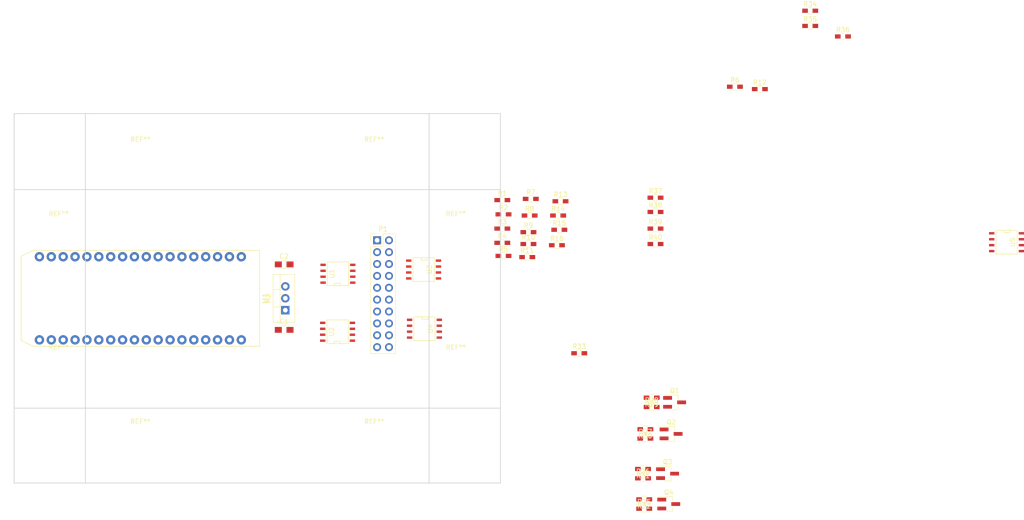
<source format=kicad_pcb>
(kicad_pcb (version 4) (host pcbnew 4.0.5)

  (general
    (links 0)
    (no_connects 121)
    (area 102.564999 51.705 264.1965 178.125)
    (thickness 1.6)
    (drawings 8)
    (tracks 0)
    (zones 0)
    (modules 54)
    (nets 41)
  )

  (page A4)
  (layers
    (0 F.Cu signal)
    (31 B.Cu signal)
    (32 B.Adhes user)
    (33 F.Adhes user)
    (34 B.Paste user)
    (35 F.Paste user)
    (36 B.SilkS user)
    (37 F.SilkS user)
    (38 B.Mask user)
    (39 F.Mask user)
    (40 Dwgs.User user)
    (41 Cmts.User user)
    (42 Eco1.User user)
    (43 Eco2.User user)
    (44 Edge.Cuts user)
    (45 Margin user)
    (46 B.CrtYd user)
    (47 F.CrtYd user)
    (48 B.Fab user)
    (49 F.Fab user)
  )

  (setup
    (last_trace_width 0.25)
    (trace_clearance 0.2)
    (zone_clearance 0.508)
    (zone_45_only no)
    (trace_min 0.2)
    (segment_width 0.2)
    (edge_width 0.15)
    (via_size 0.6)
    (via_drill 0.4)
    (via_min_size 0.4)
    (via_min_drill 0.3)
    (uvia_size 0.3)
    (uvia_drill 0.1)
    (uvias_allowed no)
    (uvia_min_size 0.2)
    (uvia_min_drill 0.1)
    (pcb_text_width 0.3)
    (pcb_text_size 1.5 1.5)
    (mod_edge_width 0.15)
    (mod_text_size 1 1)
    (mod_text_width 0.15)
    (pad_size 3.2 3.2)
    (pad_drill 3.2)
    (pad_to_mask_clearance 0.2)
    (aux_axis_origin 0 0)
    (visible_elements 7FFFFFFF)
    (pcbplotparams
      (layerselection 0x00030_80000001)
      (usegerberextensions false)
      (excludeedgelayer true)
      (linewidth 0.100000)
      (plotframeref false)
      (viasonmask false)
      (mode 1)
      (useauxorigin false)
      (hpglpennumber 1)
      (hpglpenspeed 20)
      (hpglpendiameter 15)
      (hpglpenoverlay 2)
      (psnegative false)
      (psa4output false)
      (plotreference true)
      (plotvalue true)
      (plotinvisibletext false)
      (padsonsilk false)
      (subtractmaskfromsilk false)
      (outputformat 1)
      (mirror false)
      (drillshape 1)
      (scaleselection 1)
      (outputdirectory ""))
  )

  (net 0 "")
  (net 1 +12V)
  (net 2 GND)
  (net 3 +5V)
  (net 4 +3V3)
  (net 5 "Net-(M1-Pad29)")
  (net 6 "Net-(M1-Pad30)")
  (net 7 "Net-(M1-Pad31)")
  (net 8 "Net-(M1-Pad32)")
  (net 9 /VSENSE_3)
  (net 10 /12V_IN_3)
  (net 11 /VSENSE_2)
  (net 12 /12V_IN_2)
  (net 13 /VSENSE_1)
  (net 14 /12V_IN_1)
  (net 15 /VSENSE_0)
  (net 16 /12V_IN_0)
  (net 17 /THERM_3)
  (net 18 /12V_OUT_3)
  (net 19 /THERM_2)
  (net 20 /12V_OUT_2)
  (net 21 /THERM_1)
  (net 22 /12V_OUT_1)
  (net 23 /THERM_0)
  (net 24 /12V_OUT_0)
  (net 25 "Net-(Q1-Pad1)")
  (net 26 "Net-(Q2-Pad1)")
  (net 27 "Net-(Q3-Pad1)")
  (net 28 "Net-(Q4-Pad1)")
  (net 29 "Net-(M1-Pad5)")
  (net 30 "Net-(M1-Pad6)")
  (net 31 "Net-(M1-Pad7)")
  (net 32 "Net-(M1-Pad8)")
  (net 33 "Net-(M1-Pad28)")
  (net 34 "Net-(M1-Pad9)")
  (net 35 "Net-(M1-Pad27)")
  (net 36 "Net-(M1-Pad10)")
  (net 37 "Net-(M1-Pad26)")
  (net 38 "Net-(M1-Pad11)")
  (net 39 "Net-(M1-Pad25)")
  (net 40 "Net-(M1-Pad12)")

  (net_class Default "This is the default net class."
    (clearance 0.2)
    (trace_width 0.25)
    (via_dia 0.6)
    (via_drill 0.4)
    (uvia_dia 0.3)
    (uvia_drill 0.1)
    (add_net +12V)
    (add_net +3V3)
    (add_net +5V)
    (add_net /12V_IN_0)
    (add_net /12V_IN_1)
    (add_net /12V_IN_2)
    (add_net /12V_IN_3)
    (add_net /12V_OUT_0)
    (add_net /12V_OUT_1)
    (add_net /12V_OUT_2)
    (add_net /12V_OUT_3)
    (add_net /THERM_0)
    (add_net /THERM_1)
    (add_net /THERM_2)
    (add_net /THERM_3)
    (add_net /VSENSE_0)
    (add_net /VSENSE_1)
    (add_net /VSENSE_2)
    (add_net /VSENSE_3)
    (add_net GND)
    (add_net "Net-(M1-Pad10)")
    (add_net "Net-(M1-Pad11)")
    (add_net "Net-(M1-Pad12)")
    (add_net "Net-(M1-Pad25)")
    (add_net "Net-(M1-Pad26)")
    (add_net "Net-(M1-Pad27)")
    (add_net "Net-(M1-Pad28)")
    (add_net "Net-(M1-Pad29)")
    (add_net "Net-(M1-Pad30)")
    (add_net "Net-(M1-Pad31)")
    (add_net "Net-(M1-Pad32)")
    (add_net "Net-(M1-Pad5)")
    (add_net "Net-(M1-Pad6)")
    (add_net "Net-(M1-Pad7)")
    (add_net "Net-(M1-Pad8)")
    (add_net "Net-(M1-Pad9)")
    (add_net "Net-(Q1-Pad1)")
    (add_net "Net-(Q2-Pad1)")
    (add_net "Net-(Q3-Pad1)")
    (add_net "Net-(Q4-Pad1)")
  )

  (module Mounting_Holes:MountingHole_3.2mm_M3_DIN965 (layer F.Cu) (tedit 56D1B4CB) (tstamp 58CF70C4)
    (at 74.9937 69.8375)
    (descr "Mounting Hole 3.2mm, no annular, M3, DIN965")
    (tags "mounting hole 3.2mm no annular m3 din965")
    (fp_text reference REF** (at 0 -3.8) (layer F.SilkS)
      (effects (font (size 1 1) (thickness 0.15)))
    )
    (fp_text value MountingHole_3.2mm_M3_DIN965 (at 0 3.8) (layer F.Fab)
      (effects (font (size 1 1) (thickness 0.15)))
    )
    (fp_circle (center 0 0) (end 2.8 0) (layer Cmts.User) (width 0.15))
    (fp_circle (center 0 0) (end 3.05 0) (layer F.CrtYd) (width 0.05))
    (pad 1 np_thru_hole circle (at 0 0) (size 3.2 3.2) (drill 3.2) (layers *.Cu *.Mask))
  )

  (module Mounting_Holes:MountingHole_3.2mm_M3_DIN965 (layer F.Cu) (tedit 56D1B4CB) (tstamp 58CF70BE)
    (at 125.0063 69.8375)
    (descr "Mounting Hole 3.2mm, no annular, M3, DIN965")
    (tags "mounting hole 3.2mm no annular m3 din965")
    (fp_text reference REF** (at 0 -3.8) (layer F.SilkS)
      (effects (font (size 1 1) (thickness 0.15)))
    )
    (fp_text value MountingHole_3.2mm_M3_DIN965 (at 0 3.8) (layer F.Fab)
      (effects (font (size 1 1) (thickness 0.15)))
    )
    (fp_circle (center 0 0) (end 2.8 0) (layer Cmts.User) (width 0.15))
    (fp_circle (center 0 0) (end 3.05 0) (layer F.CrtYd) (width 0.05))
    (pad 1 np_thru_hole circle (at 0 0) (size 3.2 3.2) (drill 3.2) (layers *.Cu *.Mask))
  )

  (module Mounting_Holes:MountingHole_3.2mm_M3_DIN965 (layer F.Cu) (tedit 56D1B4CB) (tstamp 58CF70B8)
    (at 74.9937 130.1625)
    (descr "Mounting Hole 3.2mm, no annular, M3, DIN965")
    (tags "mounting hole 3.2mm no annular m3 din965")
    (fp_text reference REF** (at 0 -3.8) (layer F.SilkS)
      (effects (font (size 1 1) (thickness 0.15)))
    )
    (fp_text value MountingHole_3.2mm_M3_DIN965 (at 0 3.8) (layer F.Fab)
      (effects (font (size 1 1) (thickness 0.15)))
    )
    (fp_circle (center 0 0) (end 2.8 0) (layer Cmts.User) (width 0.15))
    (fp_circle (center 0 0) (end 3.05 0) (layer F.CrtYd) (width 0.05))
    (pad 1 np_thru_hole circle (at 0 0) (size 3.2 3.2) (drill 3.2) (layers *.Cu *.Mask))
  )

  (module Mounting_Holes:MountingHole_3.2mm_M3_DIN965 (layer F.Cu) (tedit 56D1B4CB) (tstamp 58CF7039)
    (at 125.0063 130.1625)
    (descr "Mounting Hole 3.2mm, no annular, M3, DIN965")
    (tags "mounting hole 3.2mm no annular m3 din965")
    (fp_text reference REF** (at 0 -3.8) (layer F.SilkS)
      (effects (font (size 1 1) (thickness 0.15)))
    )
    (fp_text value MountingHole_3.2mm_M3_DIN965 (at 0 3.8) (layer F.Fab)
      (effects (font (size 1 1) (thickness 0.15)))
    )
    (fp_circle (center 0 0) (end 2.8 0) (layer Cmts.User) (width 0.15))
    (fp_circle (center 0 0) (end 3.05 0) (layer F.CrtYd) (width 0.05))
    (pad 1 np_thru_hole circle (at 0 0) (size 3.2 3.2) (drill 3.2) (layers *.Cu *.Mask))
  )

  (module Mounting_Holes:MountingHole_3.2mm_M3_DIN965 (layer F.Cu) (tedit 56D1B4CB) (tstamp 58CF6FF6)
    (at 57.5312 85.7125)
    (descr "Mounting Hole 3.2mm, no annular, M3, DIN965")
    (tags "mounting hole 3.2mm no annular m3 din965")
    (fp_text reference REF** (at 0 -3.8) (layer F.SilkS)
      (effects (font (size 1 1) (thickness 0.15)))
    )
    (fp_text value MountingHole_3.2mm_M3_DIN965 (at 0 3.8) (layer F.Fab)
      (effects (font (size 1 1) (thickness 0.15)))
    )
    (fp_circle (center 0 0) (end 2.8 0) (layer Cmts.User) (width 0.15))
    (fp_circle (center 0 0) (end 3.05 0) (layer F.CrtYd) (width 0.05))
    (pad 1 np_thru_hole circle (at 0 0) (size 3.2 3.2) (drill 3.2) (layers *.Cu *.Mask))
  )

  (module Mounting_Holes:MountingHole_3.2mm_M3_DIN965 (layer F.Cu) (tedit 56D1B4CB) (tstamp 58CF6FF0)
    (at 142.4688 85.7125)
    (descr "Mounting Hole 3.2mm, no annular, M3, DIN965")
    (tags "mounting hole 3.2mm no annular m3 din965")
    (fp_text reference REF** (at 0 -3.8) (layer F.SilkS)
      (effects (font (size 1 1) (thickness 0.15)))
    )
    (fp_text value MountingHole_3.2mm_M3_DIN965 (at 0 3.8) (layer F.Fab)
      (effects (font (size 1 1) (thickness 0.15)))
    )
    (fp_circle (center 0 0) (end 2.8 0) (layer Cmts.User) (width 0.15))
    (fp_circle (center 0 0) (end 3.05 0) (layer F.CrtYd) (width 0.05))
    (pad 1 np_thru_hole circle (at 0 0) (size 3.2 3.2) (drill 3.2) (layers *.Cu *.Mask))
  )

  (module Mounting_Holes:MountingHole_3.2mm_M3_DIN965 (layer F.Cu) (tedit 56D1B4CB) (tstamp 58CF6FEA)
    (at 57.5312 114.2875)
    (descr "Mounting Hole 3.2mm, no annular, M3, DIN965")
    (tags "mounting hole 3.2mm no annular m3 din965")
    (fp_text reference REF** (at 0 -3.8) (layer F.SilkS)
      (effects (font (size 1 1) (thickness 0.15)))
    )
    (fp_text value MountingHole_3.2mm_M3_DIN965 (at 0 3.8) (layer F.Fab)
      (effects (font (size 1 1) (thickness 0.15)))
    )
    (fp_circle (center 0 0) (end 2.8 0) (layer Cmts.User) (width 0.15))
    (fp_circle (center 0 0) (end 3.05 0) (layer F.CrtYd) (width 0.05))
    (pad 1 np_thru_hole circle (at 0 0) (size 3.2 3.2) (drill 3.2) (layers *.Cu *.Mask))
  )

  (module Capacitors_SMD:C_0805_HandSoldering (layer F.Cu) (tedit 58AA84A8) (tstamp 58CB851D)
    (at 105.75 106.75)
    (descr "Capacitor SMD 0805, hand soldering")
    (tags "capacitor 0805")
    (path /58CB59A2)
    (attr smd)
    (fp_text reference C1 (at 0 -1.75) (layer F.SilkS)
      (effects (font (size 1 1) (thickness 0.15)))
    )
    (fp_text value C_Small (at 0 1.75) (layer F.Fab)
      (effects (font (size 1 1) (thickness 0.15)))
    )
    (fp_text user %R (at 0 -1.75) (layer F.Fab)
      (effects (font (size 1 1) (thickness 0.15)))
    )
    (fp_line (start -1 0.62) (end -1 -0.62) (layer F.Fab) (width 0.1))
    (fp_line (start 1 0.62) (end -1 0.62) (layer F.Fab) (width 0.1))
    (fp_line (start 1 -0.62) (end 1 0.62) (layer F.Fab) (width 0.1))
    (fp_line (start -1 -0.62) (end 1 -0.62) (layer F.Fab) (width 0.1))
    (fp_line (start 0.5 -0.85) (end -0.5 -0.85) (layer F.SilkS) (width 0.12))
    (fp_line (start -0.5 0.85) (end 0.5 0.85) (layer F.SilkS) (width 0.12))
    (fp_line (start -2.25 -0.88) (end 2.25 -0.88) (layer F.CrtYd) (width 0.05))
    (fp_line (start -2.25 -0.88) (end -2.25 0.87) (layer F.CrtYd) (width 0.05))
    (fp_line (start 2.25 0.87) (end 2.25 -0.88) (layer F.CrtYd) (width 0.05))
    (fp_line (start 2.25 0.87) (end -2.25 0.87) (layer F.CrtYd) (width 0.05))
    (pad 1 smd rect (at -1.25 0) (size 1.5 1.25) (layers F.Cu F.Paste F.Mask)
      (net 1 +12V))
    (pad 2 smd rect (at 1.25 0) (size 1.5 1.25) (layers F.Cu F.Paste F.Mask)
      (net 2 GND))
    (model Capacitors_SMD.3dshapes/C_0805.wrl
      (at (xyz 0 0 0))
      (scale (xyz 1 1 1))
      (rotate (xyz 0 0 0))
    )
  )

  (module Capacitors_SMD:C_0805_HandSoldering (layer F.Cu) (tedit 58AA84A8) (tstamp 58CB8523)
    (at 105.75 92.75)
    (descr "Capacitor SMD 0805, hand soldering")
    (tags "capacitor 0805")
    (path /58CB5941)
    (attr smd)
    (fp_text reference C2 (at 0 -1.75) (layer F.SilkS)
      (effects (font (size 1 1) (thickness 0.15)))
    )
    (fp_text value C_Small (at 0 1.75) (layer F.Fab)
      (effects (font (size 1 1) (thickness 0.15)))
    )
    (fp_text user %R (at 0 -1.75) (layer F.Fab)
      (effects (font (size 1 1) (thickness 0.15)))
    )
    (fp_line (start -1 0.62) (end -1 -0.62) (layer F.Fab) (width 0.1))
    (fp_line (start 1 0.62) (end -1 0.62) (layer F.Fab) (width 0.1))
    (fp_line (start 1 -0.62) (end 1 0.62) (layer F.Fab) (width 0.1))
    (fp_line (start -1 -0.62) (end 1 -0.62) (layer F.Fab) (width 0.1))
    (fp_line (start 0.5 -0.85) (end -0.5 -0.85) (layer F.SilkS) (width 0.12))
    (fp_line (start -0.5 0.85) (end 0.5 0.85) (layer F.SilkS) (width 0.12))
    (fp_line (start -2.25 -0.88) (end 2.25 -0.88) (layer F.CrtYd) (width 0.05))
    (fp_line (start -2.25 -0.88) (end -2.25 0.87) (layer F.CrtYd) (width 0.05))
    (fp_line (start 2.25 0.87) (end 2.25 -0.88) (layer F.CrtYd) (width 0.05))
    (fp_line (start 2.25 0.87) (end -2.25 0.87) (layer F.CrtYd) (width 0.05))
    (pad 1 smd rect (at -1.25 0) (size 1.5 1.25) (layers F.Cu F.Paste F.Mask)
      (net 3 +5V))
    (pad 2 smd rect (at 1.25 0) (size 1.5 1.25) (layers F.Cu F.Paste F.Mask)
      (net 2 GND))
    (model Capacitors_SMD.3dshapes/C_0805.wrl
      (at (xyz 0 0 0))
      (scale (xyz 1 1 1))
      (rotate (xyz 0 0 0))
    )
  )

  (module Pin_Headers:Pin_Header_Straight_2x10_Pitch2.54mm (layer F.Cu) (tedit 5862ED54) (tstamp 58CB85AF)
    (at 125.63 87.588)
    (descr "Through hole straight pin header, 2x10, 2.54mm pitch, double rows")
    (tags "Through hole pin header THT 2x10 2.54mm double row")
    (path /58CB54E0)
    (fp_text reference P1 (at 1.27 -2.39) (layer F.SilkS)
      (effects (font (size 1 1) (thickness 0.15)))
    )
    (fp_text value CONN_02X10 (at 1.27 25.25) (layer F.Fab)
      (effects (font (size 1 1) (thickness 0.15)))
    )
    (fp_line (start -1.27 -1.27) (end -1.27 24.13) (layer F.Fab) (width 0.1))
    (fp_line (start -1.27 24.13) (end 3.81 24.13) (layer F.Fab) (width 0.1))
    (fp_line (start 3.81 24.13) (end 3.81 -1.27) (layer F.Fab) (width 0.1))
    (fp_line (start 3.81 -1.27) (end -1.27 -1.27) (layer F.Fab) (width 0.1))
    (fp_line (start -1.39 1.27) (end -1.39 24.25) (layer F.SilkS) (width 0.12))
    (fp_line (start -1.39 24.25) (end 3.93 24.25) (layer F.SilkS) (width 0.12))
    (fp_line (start 3.93 24.25) (end 3.93 -1.39) (layer F.SilkS) (width 0.12))
    (fp_line (start 3.93 -1.39) (end 1.27 -1.39) (layer F.SilkS) (width 0.12))
    (fp_line (start 1.27 -1.39) (end 1.27 1.27) (layer F.SilkS) (width 0.12))
    (fp_line (start 1.27 1.27) (end -1.39 1.27) (layer F.SilkS) (width 0.12))
    (fp_line (start -1.39 0) (end -1.39 -1.39) (layer F.SilkS) (width 0.12))
    (fp_line (start -1.39 -1.39) (end 0 -1.39) (layer F.SilkS) (width 0.12))
    (fp_line (start -1.6 -1.6) (end -1.6 24.4) (layer F.CrtYd) (width 0.05))
    (fp_line (start -1.6 24.4) (end 4.1 24.4) (layer F.CrtYd) (width 0.05))
    (fp_line (start 4.1 24.4) (end 4.1 -1.6) (layer F.CrtYd) (width 0.05))
    (fp_line (start 4.1 -1.6) (end -1.6 -1.6) (layer F.CrtYd) (width 0.05))
    (pad 1 thru_hole rect (at 0 0) (size 1.7 1.7) (drill 1) (layers *.Cu *.Mask)
      (net 1 +12V))
    (pad 2 thru_hole oval (at 2.54 0) (size 1.7 1.7) (drill 1) (layers *.Cu *.Mask))
    (pad 3 thru_hole oval (at 0 2.54) (size 1.7 1.7) (drill 1) (layers *.Cu *.Mask)
      (net 9 /VSENSE_3))
    (pad 4 thru_hole oval (at 2.54 2.54) (size 1.7 1.7) (drill 1) (layers *.Cu *.Mask)
      (net 10 /12V_IN_3))
    (pad 5 thru_hole oval (at 0 5.08) (size 1.7 1.7) (drill 1) (layers *.Cu *.Mask)
      (net 11 /VSENSE_2))
    (pad 6 thru_hole oval (at 2.54 5.08) (size 1.7 1.7) (drill 1) (layers *.Cu *.Mask)
      (net 12 /12V_IN_2))
    (pad 7 thru_hole oval (at 0 7.62) (size 1.7 1.7) (drill 1) (layers *.Cu *.Mask)
      (net 13 /VSENSE_1))
    (pad 8 thru_hole oval (at 2.54 7.62) (size 1.7 1.7) (drill 1) (layers *.Cu *.Mask)
      (net 14 /12V_IN_1))
    (pad 9 thru_hole oval (at 0 10.16) (size 1.7 1.7) (drill 1) (layers *.Cu *.Mask)
      (net 15 /VSENSE_0))
    (pad 10 thru_hole oval (at 2.54 10.16) (size 1.7 1.7) (drill 1) (layers *.Cu *.Mask)
      (net 16 /12V_IN_0))
    (pad 11 thru_hole oval (at 0 12.7) (size 1.7 1.7) (drill 1) (layers *.Cu *.Mask)
      (net 4 +3V3))
    (pad 12 thru_hole oval (at 2.54 12.7) (size 1.7 1.7) (drill 1) (layers *.Cu *.Mask))
    (pad 13 thru_hole oval (at 0 15.24) (size 1.7 1.7) (drill 1) (layers *.Cu *.Mask)
      (net 17 /THERM_3))
    (pad 14 thru_hole oval (at 2.54 15.24) (size 1.7 1.7) (drill 1) (layers *.Cu *.Mask)
      (net 18 /12V_OUT_3))
    (pad 15 thru_hole oval (at 0 17.78) (size 1.7 1.7) (drill 1) (layers *.Cu *.Mask)
      (net 19 /THERM_2))
    (pad 16 thru_hole oval (at 2.54 17.78) (size 1.7 1.7) (drill 1) (layers *.Cu *.Mask)
      (net 20 /12V_OUT_2))
    (pad 17 thru_hole oval (at 0 20.32) (size 1.7 1.7) (drill 1) (layers *.Cu *.Mask)
      (net 21 /THERM_1))
    (pad 18 thru_hole oval (at 2.54 20.32) (size 1.7 1.7) (drill 1) (layers *.Cu *.Mask)
      (net 22 /12V_OUT_1))
    (pad 19 thru_hole oval (at 0 22.86) (size 1.7 1.7) (drill 1) (layers *.Cu *.Mask)
      (net 23 /THERM_0))
    (pad 20 thru_hole oval (at 2.54 22.86) (size 1.7 1.7) (drill 1) (layers *.Cu *.Mask)
      (net 24 /12V_OUT_0))
    (model Pin_Headers.3dshapes/Pin_Header_Straight_2x10_Pitch2.54mm.wrl
      (at (xyz 0.05 -0.45 0))
      (scale (xyz 1 1 1))
      (rotate (xyz 0 0 90))
    )
  )

  (module TO_SOT_Packages_SMD:SOT-23_Handsoldering (layer F.Cu) (tedit 583F3954) (tstamp 58CB85B6)
    (at 189.25 122.25)
    (descr "SOT-23, Handsoldering")
    (tags SOT-23)
    (path /58CBA9E0)
    (attr smd)
    (fp_text reference Q1 (at 0 -2.5) (layer F.SilkS)
      (effects (font (size 1 1) (thickness 0.15)))
    )
    (fp_text value Q_NMOS_GSD (at 0 2.5) (layer F.Fab)
      (effects (font (size 1 1) (thickness 0.15)))
    )
    (fp_line (start 0.76 1.58) (end 0.76 0.65) (layer F.SilkS) (width 0.12))
    (fp_line (start 0.76 -1.58) (end 0.76 -0.65) (layer F.SilkS) (width 0.12))
    (fp_line (start -2.7 -1.75) (end 2.7 -1.75) (layer F.CrtYd) (width 0.05))
    (fp_line (start 2.7 -1.75) (end 2.7 1.75) (layer F.CrtYd) (width 0.05))
    (fp_line (start 2.7 1.75) (end -2.7 1.75) (layer F.CrtYd) (width 0.05))
    (fp_line (start -2.7 1.75) (end -2.7 -1.75) (layer F.CrtYd) (width 0.05))
    (fp_line (start 0.76 -1.58) (end -2.4 -1.58) (layer F.SilkS) (width 0.12))
    (fp_line (start -0.7 -0.95) (end -0.7 1.5) (layer F.Fab) (width 0.1))
    (fp_line (start -0.15 -1.52) (end 0.7 -1.52) (layer F.Fab) (width 0.1))
    (fp_line (start -0.7 -0.95) (end -0.15 -1.52) (layer F.Fab) (width 0.1))
    (fp_line (start 0.7 -1.52) (end 0.7 1.52) (layer F.Fab) (width 0.1))
    (fp_line (start -0.7 1.52) (end 0.7 1.52) (layer F.Fab) (width 0.1))
    (fp_line (start 0.76 1.58) (end -0.7 1.58) (layer F.SilkS) (width 0.12))
    (pad 1 smd rect (at -1.5 -0.95) (size 1.9 0.8) (layers F.Cu F.Paste F.Mask)
      (net 25 "Net-(Q1-Pad1)"))
    (pad 2 smd rect (at -1.5 0.95) (size 1.9 0.8) (layers F.Cu F.Paste F.Mask)
      (net 2 GND))
    (pad 3 smd rect (at 1.5 0) (size 1.9 0.8) (layers F.Cu F.Paste F.Mask)
      (net 18 /12V_OUT_3))
    (model TO_SOT_Packages_SMD.3dshapes\SOT-23_Handsoldering.wrl
      (at (xyz 0 0 0))
      (scale (xyz 1 1 1))
      (rotate (xyz 0 0 90))
    )
  )

  (module TO_SOT_Packages_SMD:SOT-23_Handsoldering (layer F.Cu) (tedit 583F3954) (tstamp 58CB85BD)
    (at 188.5 129)
    (descr "SOT-23, Handsoldering")
    (tags SOT-23)
    (path /58CBA9BB)
    (attr smd)
    (fp_text reference Q2 (at 0 -2.5) (layer F.SilkS)
      (effects (font (size 1 1) (thickness 0.15)))
    )
    (fp_text value Q_NMOS_GSD (at 0 2.5) (layer F.Fab)
      (effects (font (size 1 1) (thickness 0.15)))
    )
    (fp_line (start 0.76 1.58) (end 0.76 0.65) (layer F.SilkS) (width 0.12))
    (fp_line (start 0.76 -1.58) (end 0.76 -0.65) (layer F.SilkS) (width 0.12))
    (fp_line (start -2.7 -1.75) (end 2.7 -1.75) (layer F.CrtYd) (width 0.05))
    (fp_line (start 2.7 -1.75) (end 2.7 1.75) (layer F.CrtYd) (width 0.05))
    (fp_line (start 2.7 1.75) (end -2.7 1.75) (layer F.CrtYd) (width 0.05))
    (fp_line (start -2.7 1.75) (end -2.7 -1.75) (layer F.CrtYd) (width 0.05))
    (fp_line (start 0.76 -1.58) (end -2.4 -1.58) (layer F.SilkS) (width 0.12))
    (fp_line (start -0.7 -0.95) (end -0.7 1.5) (layer F.Fab) (width 0.1))
    (fp_line (start -0.15 -1.52) (end 0.7 -1.52) (layer F.Fab) (width 0.1))
    (fp_line (start -0.7 -0.95) (end -0.15 -1.52) (layer F.Fab) (width 0.1))
    (fp_line (start 0.7 -1.52) (end 0.7 1.52) (layer F.Fab) (width 0.1))
    (fp_line (start -0.7 1.52) (end 0.7 1.52) (layer F.Fab) (width 0.1))
    (fp_line (start 0.76 1.58) (end -0.7 1.58) (layer F.SilkS) (width 0.12))
    (pad 1 smd rect (at -1.5 -0.95) (size 1.9 0.8) (layers F.Cu F.Paste F.Mask)
      (net 26 "Net-(Q2-Pad1)"))
    (pad 2 smd rect (at -1.5 0.95) (size 1.9 0.8) (layers F.Cu F.Paste F.Mask)
      (net 2 GND))
    (pad 3 smd rect (at 1.5 0) (size 1.9 0.8) (layers F.Cu F.Paste F.Mask)
      (net 20 /12V_OUT_2))
    (model TO_SOT_Packages_SMD.3dshapes\SOT-23_Handsoldering.wrl
      (at (xyz 0 0 0))
      (scale (xyz 1 1 1))
      (rotate (xyz 0 0 90))
    )
  )

  (module TO_SOT_Packages_SMD:SOT-23_Handsoldering (layer F.Cu) (tedit 583F3954) (tstamp 58CB85C4)
    (at 187.75 137.5)
    (descr "SOT-23, Handsoldering")
    (tags SOT-23)
    (path /58CBA29A)
    (attr smd)
    (fp_text reference Q3 (at 0 -2.5) (layer F.SilkS)
      (effects (font (size 1 1) (thickness 0.15)))
    )
    (fp_text value Q_NMOS_GSD (at 0 2.5) (layer F.Fab)
      (effects (font (size 1 1) (thickness 0.15)))
    )
    (fp_line (start 0.76 1.58) (end 0.76 0.65) (layer F.SilkS) (width 0.12))
    (fp_line (start 0.76 -1.58) (end 0.76 -0.65) (layer F.SilkS) (width 0.12))
    (fp_line (start -2.7 -1.75) (end 2.7 -1.75) (layer F.CrtYd) (width 0.05))
    (fp_line (start 2.7 -1.75) (end 2.7 1.75) (layer F.CrtYd) (width 0.05))
    (fp_line (start 2.7 1.75) (end -2.7 1.75) (layer F.CrtYd) (width 0.05))
    (fp_line (start -2.7 1.75) (end -2.7 -1.75) (layer F.CrtYd) (width 0.05))
    (fp_line (start 0.76 -1.58) (end -2.4 -1.58) (layer F.SilkS) (width 0.12))
    (fp_line (start -0.7 -0.95) (end -0.7 1.5) (layer F.Fab) (width 0.1))
    (fp_line (start -0.15 -1.52) (end 0.7 -1.52) (layer F.Fab) (width 0.1))
    (fp_line (start -0.7 -0.95) (end -0.15 -1.52) (layer F.Fab) (width 0.1))
    (fp_line (start 0.7 -1.52) (end 0.7 1.52) (layer F.Fab) (width 0.1))
    (fp_line (start -0.7 1.52) (end 0.7 1.52) (layer F.Fab) (width 0.1))
    (fp_line (start 0.76 1.58) (end -0.7 1.58) (layer F.SilkS) (width 0.12))
    (pad 1 smd rect (at -1.5 -0.95) (size 1.9 0.8) (layers F.Cu F.Paste F.Mask)
      (net 27 "Net-(Q3-Pad1)"))
    (pad 2 smd rect (at -1.5 0.95) (size 1.9 0.8) (layers F.Cu F.Paste F.Mask)
      (net 2 GND))
    (pad 3 smd rect (at 1.5 0) (size 1.9 0.8) (layers F.Cu F.Paste F.Mask)
      (net 22 /12V_OUT_1))
    (model TO_SOT_Packages_SMD.3dshapes\SOT-23_Handsoldering.wrl
      (at (xyz 0 0 0))
      (scale (xyz 1 1 1))
      (rotate (xyz 0 0 90))
    )
  )

  (module TO_SOT_Packages_SMD:SOT-23_Handsoldering (layer F.Cu) (tedit 583F3954) (tstamp 58CB85CB)
    (at 188 144)
    (descr "SOT-23, Handsoldering")
    (tags SOT-23)
    (path /58CB83CA)
    (attr smd)
    (fp_text reference Q4 (at 0 -2.5) (layer F.SilkS)
      (effects (font (size 1 1) (thickness 0.15)))
    )
    (fp_text value Q_NMOS_GSD (at 0 2.5) (layer F.Fab)
      (effects (font (size 1 1) (thickness 0.15)))
    )
    (fp_line (start 0.76 1.58) (end 0.76 0.65) (layer F.SilkS) (width 0.12))
    (fp_line (start 0.76 -1.58) (end 0.76 -0.65) (layer F.SilkS) (width 0.12))
    (fp_line (start -2.7 -1.75) (end 2.7 -1.75) (layer F.CrtYd) (width 0.05))
    (fp_line (start 2.7 -1.75) (end 2.7 1.75) (layer F.CrtYd) (width 0.05))
    (fp_line (start 2.7 1.75) (end -2.7 1.75) (layer F.CrtYd) (width 0.05))
    (fp_line (start -2.7 1.75) (end -2.7 -1.75) (layer F.CrtYd) (width 0.05))
    (fp_line (start 0.76 -1.58) (end -2.4 -1.58) (layer F.SilkS) (width 0.12))
    (fp_line (start -0.7 -0.95) (end -0.7 1.5) (layer F.Fab) (width 0.1))
    (fp_line (start -0.15 -1.52) (end 0.7 -1.52) (layer F.Fab) (width 0.1))
    (fp_line (start -0.7 -0.95) (end -0.15 -1.52) (layer F.Fab) (width 0.1))
    (fp_line (start 0.7 -1.52) (end 0.7 1.52) (layer F.Fab) (width 0.1))
    (fp_line (start -0.7 1.52) (end 0.7 1.52) (layer F.Fab) (width 0.1))
    (fp_line (start 0.76 1.58) (end -0.7 1.58) (layer F.SilkS) (width 0.12))
    (pad 1 smd rect (at -1.5 -0.95) (size 1.9 0.8) (layers F.Cu F.Paste F.Mask)
      (net 28 "Net-(Q4-Pad1)"))
    (pad 2 smd rect (at -1.5 0.95) (size 1.9 0.8) (layers F.Cu F.Paste F.Mask)
      (net 2 GND))
    (pad 3 smd rect (at 1.5 0) (size 1.9 0.8) (layers F.Cu F.Paste F.Mask)
      (net 24 /12V_OUT_0))
    (model TO_SOT_Packages_SMD.3dshapes\SOT-23_Handsoldering.wrl
      (at (xyz 0 0 0))
      (scale (xyz 1 1 1))
      (rotate (xyz 0 0 90))
    )
  )

  (module Resistors_SMD:R_0603_HandSoldering (layer F.Cu) (tedit 58AAD9E8) (tstamp 58CB85F1)
    (at 152.4 78.994)
    (descr "Resistor SMD 0603, hand soldering")
    (tags "resistor 0603")
    (path /58CB672F)
    (attr smd)
    (fp_text reference R1 (at 0 -1.45) (layer F.SilkS)
      (effects (font (size 1 1) (thickness 0.15)))
    )
    (fp_text value 10K (at 0 1.55) (layer F.Fab)
      (effects (font (size 1 1) (thickness 0.15)))
    )
    (fp_text user %R (at 0 -1.45) (layer F.Fab)
      (effects (font (size 1 1) (thickness 0.15)))
    )
    (fp_line (start -0.8 0.4) (end -0.8 -0.4) (layer F.Fab) (width 0.1))
    (fp_line (start 0.8 0.4) (end -0.8 0.4) (layer F.Fab) (width 0.1))
    (fp_line (start 0.8 -0.4) (end 0.8 0.4) (layer F.Fab) (width 0.1))
    (fp_line (start -0.8 -0.4) (end 0.8 -0.4) (layer F.Fab) (width 0.1))
    (fp_line (start 0.5 0.68) (end -0.5 0.68) (layer F.SilkS) (width 0.12))
    (fp_line (start -0.5 -0.68) (end 0.5 -0.68) (layer F.SilkS) (width 0.12))
    (fp_line (start -1.96 -0.7) (end 1.95 -0.7) (layer F.CrtYd) (width 0.05))
    (fp_line (start -1.96 -0.7) (end -1.96 0.7) (layer F.CrtYd) (width 0.05))
    (fp_line (start 1.95 0.7) (end 1.95 -0.7) (layer F.CrtYd) (width 0.05))
    (fp_line (start 1.95 0.7) (end -1.96 0.7) (layer F.CrtYd) (width 0.05))
    (pad 1 smd rect (at -1.1 0) (size 1.2 0.9) (layers F.Cu F.Paste F.Mask)
      (net 29 "Net-(M1-Pad5)"))
    (pad 2 smd rect (at 1.1 0) (size 1.2 0.9) (layers F.Cu F.Paste F.Mask)
      (net 9 /VSENSE_3))
    (model Resistors_SMD.3dshapes/R_0603.wrl
      (at (xyz 0 0 0))
      (scale (xyz 1 1 1))
      (rotate (xyz 0 0 0))
    )
  )

  (module Resistors_SMD:R_0603_HandSoldering (layer F.Cu) (tedit 58AAD9E8) (tstamp 58CB85F7)
    (at 152.654 82.042)
    (descr "Resistor SMD 0603, hand soldering")
    (tags "resistor 0603")
    (path /58CB67CF)
    (attr smd)
    (fp_text reference R2 (at 0 -1.45) (layer F.SilkS)
      (effects (font (size 1 1) (thickness 0.15)))
    )
    (fp_text value 10K (at 0 1.55) (layer F.Fab)
      (effects (font (size 1 1) (thickness 0.15)))
    )
    (fp_text user %R (at 0 -1.45) (layer F.Fab)
      (effects (font (size 1 1) (thickness 0.15)))
    )
    (fp_line (start -0.8 0.4) (end -0.8 -0.4) (layer F.Fab) (width 0.1))
    (fp_line (start 0.8 0.4) (end -0.8 0.4) (layer F.Fab) (width 0.1))
    (fp_line (start 0.8 -0.4) (end 0.8 0.4) (layer F.Fab) (width 0.1))
    (fp_line (start -0.8 -0.4) (end 0.8 -0.4) (layer F.Fab) (width 0.1))
    (fp_line (start 0.5 0.68) (end -0.5 0.68) (layer F.SilkS) (width 0.12))
    (fp_line (start -0.5 -0.68) (end 0.5 -0.68) (layer F.SilkS) (width 0.12))
    (fp_line (start -1.96 -0.7) (end 1.95 -0.7) (layer F.CrtYd) (width 0.05))
    (fp_line (start -1.96 -0.7) (end -1.96 0.7) (layer F.CrtYd) (width 0.05))
    (fp_line (start 1.95 0.7) (end 1.95 -0.7) (layer F.CrtYd) (width 0.05))
    (fp_line (start 1.95 0.7) (end -1.96 0.7) (layer F.CrtYd) (width 0.05))
    (pad 1 smd rect (at -1.1 0) (size 1.2 0.9) (layers F.Cu F.Paste F.Mask)
      (net 30 "Net-(M1-Pad6)"))
    (pad 2 smd rect (at 1.1 0) (size 1.2 0.9) (layers F.Cu F.Paste F.Mask)
      (net 11 /VSENSE_2))
    (model Resistors_SMD.3dshapes/R_0603.wrl
      (at (xyz 0 0 0))
      (scale (xyz 1 1 1))
      (rotate (xyz 0 0 0))
    )
  )

  (module Resistors_SMD:R_0603_HandSoldering (layer F.Cu) (tedit 58AAD9E8) (tstamp 58CB85FD)
    (at 152.4 85.09)
    (descr "Resistor SMD 0603, hand soldering")
    (tags "resistor 0603")
    (path /58CB682F)
    (attr smd)
    (fp_text reference R3 (at 0 -1.45) (layer F.SilkS)
      (effects (font (size 1 1) (thickness 0.15)))
    )
    (fp_text value 10K (at 0 1.55) (layer F.Fab)
      (effects (font (size 1 1) (thickness 0.15)))
    )
    (fp_text user %R (at 0 -1.45) (layer F.Fab)
      (effects (font (size 1 1) (thickness 0.15)))
    )
    (fp_line (start -0.8 0.4) (end -0.8 -0.4) (layer F.Fab) (width 0.1))
    (fp_line (start 0.8 0.4) (end -0.8 0.4) (layer F.Fab) (width 0.1))
    (fp_line (start 0.8 -0.4) (end 0.8 0.4) (layer F.Fab) (width 0.1))
    (fp_line (start -0.8 -0.4) (end 0.8 -0.4) (layer F.Fab) (width 0.1))
    (fp_line (start 0.5 0.68) (end -0.5 0.68) (layer F.SilkS) (width 0.12))
    (fp_line (start -0.5 -0.68) (end 0.5 -0.68) (layer F.SilkS) (width 0.12))
    (fp_line (start -1.96 -0.7) (end 1.95 -0.7) (layer F.CrtYd) (width 0.05))
    (fp_line (start -1.96 -0.7) (end -1.96 0.7) (layer F.CrtYd) (width 0.05))
    (fp_line (start 1.95 0.7) (end 1.95 -0.7) (layer F.CrtYd) (width 0.05))
    (fp_line (start 1.95 0.7) (end -1.96 0.7) (layer F.CrtYd) (width 0.05))
    (pad 1 smd rect (at -1.1 0) (size 1.2 0.9) (layers F.Cu F.Paste F.Mask)
      (net 31 "Net-(M1-Pad7)"))
    (pad 2 smd rect (at 1.1 0) (size 1.2 0.9) (layers F.Cu F.Paste F.Mask)
      (net 13 /VSENSE_1))
    (model Resistors_SMD.3dshapes/R_0603.wrl
      (at (xyz 0 0 0))
      (scale (xyz 1 1 1))
      (rotate (xyz 0 0 0))
    )
  )

  (module Resistors_SMD:R_0603_HandSoldering (layer F.Cu) (tedit 58AAD9E8) (tstamp 58CB8603)
    (at 152.4 88.138)
    (descr "Resistor SMD 0603, hand soldering")
    (tags "resistor 0603")
    (path /58CB6898)
    (attr smd)
    (fp_text reference R4 (at 0 -1.45) (layer F.SilkS)
      (effects (font (size 1 1) (thickness 0.15)))
    )
    (fp_text value 10K (at 0 1.55) (layer F.Fab)
      (effects (font (size 1 1) (thickness 0.15)))
    )
    (fp_text user %R (at 0 -1.45) (layer F.Fab)
      (effects (font (size 1 1) (thickness 0.15)))
    )
    (fp_line (start -0.8 0.4) (end -0.8 -0.4) (layer F.Fab) (width 0.1))
    (fp_line (start 0.8 0.4) (end -0.8 0.4) (layer F.Fab) (width 0.1))
    (fp_line (start 0.8 -0.4) (end 0.8 0.4) (layer F.Fab) (width 0.1))
    (fp_line (start -0.8 -0.4) (end 0.8 -0.4) (layer F.Fab) (width 0.1))
    (fp_line (start 0.5 0.68) (end -0.5 0.68) (layer F.SilkS) (width 0.12))
    (fp_line (start -0.5 -0.68) (end 0.5 -0.68) (layer F.SilkS) (width 0.12))
    (fp_line (start -1.96 -0.7) (end 1.95 -0.7) (layer F.CrtYd) (width 0.05))
    (fp_line (start -1.96 -0.7) (end -1.96 0.7) (layer F.CrtYd) (width 0.05))
    (fp_line (start 1.95 0.7) (end 1.95 -0.7) (layer F.CrtYd) (width 0.05))
    (fp_line (start 1.95 0.7) (end -1.96 0.7) (layer F.CrtYd) (width 0.05))
    (pad 1 smd rect (at -1.1 0) (size 1.2 0.9) (layers F.Cu F.Paste F.Mask)
      (net 32 "Net-(M1-Pad8)"))
    (pad 2 smd rect (at 1.1 0) (size 1.2 0.9) (layers F.Cu F.Paste F.Mask)
      (net 15 /VSENSE_0))
    (model Resistors_SMD.3dshapes/R_0603.wrl
      (at (xyz 0 0 0))
      (scale (xyz 1 1 1))
      (rotate (xyz 0 0 0))
    )
  )

  (module Resistors_SMD:R_0603_HandSoldering (layer F.Cu) (tedit 58AAD9E8) (tstamp 58CB8609)
    (at 152.654 90.932)
    (descr "Resistor SMD 0603, hand soldering")
    (tags "resistor 0603")
    (path /58CC130A)
    (attr smd)
    (fp_text reference R5 (at 0 -1.45) (layer F.SilkS)
      (effects (font (size 1 1) (thickness 0.15)))
    )
    (fp_text value 0R (at 0 1.55) (layer F.Fab)
      (effects (font (size 1 1) (thickness 0.15)))
    )
    (fp_text user %R (at 0 -1.45) (layer F.Fab)
      (effects (font (size 1 1) (thickness 0.15)))
    )
    (fp_line (start -0.8 0.4) (end -0.8 -0.4) (layer F.Fab) (width 0.1))
    (fp_line (start 0.8 0.4) (end -0.8 0.4) (layer F.Fab) (width 0.1))
    (fp_line (start 0.8 -0.4) (end 0.8 0.4) (layer F.Fab) (width 0.1))
    (fp_line (start -0.8 -0.4) (end 0.8 -0.4) (layer F.Fab) (width 0.1))
    (fp_line (start 0.5 0.68) (end -0.5 0.68) (layer F.SilkS) (width 0.12))
    (fp_line (start -0.5 -0.68) (end 0.5 -0.68) (layer F.SilkS) (width 0.12))
    (fp_line (start -1.96 -0.7) (end 1.95 -0.7) (layer F.CrtYd) (width 0.05))
    (fp_line (start -1.96 -0.7) (end -1.96 0.7) (layer F.CrtYd) (width 0.05))
    (fp_line (start 1.95 0.7) (end 1.95 -0.7) (layer F.CrtYd) (width 0.05))
    (fp_line (start 1.95 0.7) (end -1.96 0.7) (layer F.CrtYd) (width 0.05))
    (pad 1 smd rect (at -1.1 0) (size 1.2 0.9) (layers F.Cu F.Paste F.Mask)
      (net 34 "Net-(M1-Pad9)"))
    (pad 2 smd rect (at 1.1 0) (size 1.2 0.9) (layers F.Cu F.Paste F.Mask)
      (net 17 /THERM_3))
    (model Resistors_SMD.3dshapes/R_0603.wrl
      (at (xyz 0 0 0))
      (scale (xyz 1 1 1))
      (rotate (xyz 0 0 0))
    )
  )

  (module Resistors_SMD:R_0603_HandSoldering (layer F.Cu) (tedit 58AAD9E8) (tstamp 58CB860F)
    (at 202.15 54.75)
    (descr "Resistor SMD 0603, hand soldering")
    (tags "resistor 0603")
    (path /58CC126A)
    (attr smd)
    (fp_text reference R6 (at 0 -1.45) (layer F.SilkS)
      (effects (font (size 1 1) (thickness 0.15)))
    )
    (fp_text value 0R (at 0 1.55) (layer F.Fab)
      (effects (font (size 1 1) (thickness 0.15)))
    )
    (fp_text user %R (at 0 -1.45) (layer F.Fab)
      (effects (font (size 1 1) (thickness 0.15)))
    )
    (fp_line (start -0.8 0.4) (end -0.8 -0.4) (layer F.Fab) (width 0.1))
    (fp_line (start 0.8 0.4) (end -0.8 0.4) (layer F.Fab) (width 0.1))
    (fp_line (start 0.8 -0.4) (end 0.8 0.4) (layer F.Fab) (width 0.1))
    (fp_line (start -0.8 -0.4) (end 0.8 -0.4) (layer F.Fab) (width 0.1))
    (fp_line (start 0.5 0.68) (end -0.5 0.68) (layer F.SilkS) (width 0.12))
    (fp_line (start -0.5 -0.68) (end 0.5 -0.68) (layer F.SilkS) (width 0.12))
    (fp_line (start -1.96 -0.7) (end 1.95 -0.7) (layer F.CrtYd) (width 0.05))
    (fp_line (start -1.96 -0.7) (end -1.96 0.7) (layer F.CrtYd) (width 0.05))
    (fp_line (start 1.95 0.7) (end 1.95 -0.7) (layer F.CrtYd) (width 0.05))
    (fp_line (start 1.95 0.7) (end -1.96 0.7) (layer F.CrtYd) (width 0.05))
    (pad 1 smd rect (at -1.1 0) (size 1.2 0.9) (layers F.Cu F.Paste F.Mask)
      (net 36 "Net-(M1-Pad10)"))
    (pad 2 smd rect (at 1.1 0) (size 1.2 0.9) (layers F.Cu F.Paste F.Mask)
      (net 19 /THERM_2))
    (model Resistors_SMD.3dshapes/R_0603.wrl
      (at (xyz 0 0 0))
      (scale (xyz 1 1 1))
      (rotate (xyz 0 0 0))
    )
  )

  (module Resistors_SMD:R_0603_HandSoldering (layer F.Cu) (tedit 58AAD9E8) (tstamp 58CB8615)
    (at 158.496 78.74)
    (descr "Resistor SMD 0603, hand soldering")
    (tags "resistor 0603")
    (path /58CC11C9)
    (attr smd)
    (fp_text reference R7 (at 0 -1.45) (layer F.SilkS)
      (effects (font (size 1 1) (thickness 0.15)))
    )
    (fp_text value 0R (at 0 1.55) (layer F.Fab)
      (effects (font (size 1 1) (thickness 0.15)))
    )
    (fp_text user %R (at 0 -1.45) (layer F.Fab)
      (effects (font (size 1 1) (thickness 0.15)))
    )
    (fp_line (start -0.8 0.4) (end -0.8 -0.4) (layer F.Fab) (width 0.1))
    (fp_line (start 0.8 0.4) (end -0.8 0.4) (layer F.Fab) (width 0.1))
    (fp_line (start 0.8 -0.4) (end 0.8 0.4) (layer F.Fab) (width 0.1))
    (fp_line (start -0.8 -0.4) (end 0.8 -0.4) (layer F.Fab) (width 0.1))
    (fp_line (start 0.5 0.68) (end -0.5 0.68) (layer F.SilkS) (width 0.12))
    (fp_line (start -0.5 -0.68) (end 0.5 -0.68) (layer F.SilkS) (width 0.12))
    (fp_line (start -1.96 -0.7) (end 1.95 -0.7) (layer F.CrtYd) (width 0.05))
    (fp_line (start -1.96 -0.7) (end -1.96 0.7) (layer F.CrtYd) (width 0.05))
    (fp_line (start 1.95 0.7) (end 1.95 -0.7) (layer F.CrtYd) (width 0.05))
    (fp_line (start 1.95 0.7) (end -1.96 0.7) (layer F.CrtYd) (width 0.05))
    (pad 1 smd rect (at -1.1 0) (size 1.2 0.9) (layers F.Cu F.Paste F.Mask)
      (net 38 "Net-(M1-Pad11)"))
    (pad 2 smd rect (at 1.1 0) (size 1.2 0.9) (layers F.Cu F.Paste F.Mask)
      (net 21 /THERM_1))
    (model Resistors_SMD.3dshapes/R_0603.wrl
      (at (xyz 0 0 0))
      (scale (xyz 1 1 1))
      (rotate (xyz 0 0 0))
    )
  )

  (module Resistors_SMD:R_0603_HandSoldering (layer F.Cu) (tedit 58AAD9E8) (tstamp 58CB861B)
    (at 158.242 82.296)
    (descr "Resistor SMD 0603, hand soldering")
    (tags "resistor 0603")
    (path /58CC0F0E)
    (attr smd)
    (fp_text reference R8 (at 0 -1.45) (layer F.SilkS)
      (effects (font (size 1 1) (thickness 0.15)))
    )
    (fp_text value 0R (at 0 1.55) (layer F.Fab)
      (effects (font (size 1 1) (thickness 0.15)))
    )
    (fp_text user %R (at 0 -1.45) (layer F.Fab)
      (effects (font (size 1 1) (thickness 0.15)))
    )
    (fp_line (start -0.8 0.4) (end -0.8 -0.4) (layer F.Fab) (width 0.1))
    (fp_line (start 0.8 0.4) (end -0.8 0.4) (layer F.Fab) (width 0.1))
    (fp_line (start 0.8 -0.4) (end 0.8 0.4) (layer F.Fab) (width 0.1))
    (fp_line (start -0.8 -0.4) (end 0.8 -0.4) (layer F.Fab) (width 0.1))
    (fp_line (start 0.5 0.68) (end -0.5 0.68) (layer F.SilkS) (width 0.12))
    (fp_line (start -0.5 -0.68) (end 0.5 -0.68) (layer F.SilkS) (width 0.12))
    (fp_line (start -1.96 -0.7) (end 1.95 -0.7) (layer F.CrtYd) (width 0.05))
    (fp_line (start -1.96 -0.7) (end -1.96 0.7) (layer F.CrtYd) (width 0.05))
    (fp_line (start 1.95 0.7) (end 1.95 -0.7) (layer F.CrtYd) (width 0.05))
    (fp_line (start 1.95 0.7) (end -1.96 0.7) (layer F.CrtYd) (width 0.05))
    (pad 1 smd rect (at -1.1 0) (size 1.2 0.9) (layers F.Cu F.Paste F.Mask)
      (net 40 "Net-(M1-Pad12)"))
    (pad 2 smd rect (at 1.1 0) (size 1.2 0.9) (layers F.Cu F.Paste F.Mask)
      (net 23 /THERM_0))
    (model Resistors_SMD.3dshapes/R_0603.wrl
      (at (xyz 0 0 0))
      (scale (xyz 1 1 1))
      (rotate (xyz 0 0 0))
    )
  )

  (module Resistors_SMD:R_0603_HandSoldering (layer F.Cu) (tedit 58AAD9E8) (tstamp 58CB8621)
    (at 157.988 85.852)
    (descr "Resistor SMD 0603, hand soldering")
    (tags "resistor 0603")
    (path /58CB6214)
    (attr smd)
    (fp_text reference R9 (at 0 -1.45) (layer F.SilkS)
      (effects (font (size 1 1) (thickness 0.15)))
    )
    (fp_text value 4.75K (at 0 1.55) (layer F.Fab)
      (effects (font (size 1 1) (thickness 0.15)))
    )
    (fp_text user %R (at 0 -1.45) (layer F.Fab)
      (effects (font (size 1 1) (thickness 0.15)))
    )
    (fp_line (start -0.8 0.4) (end -0.8 -0.4) (layer F.Fab) (width 0.1))
    (fp_line (start 0.8 0.4) (end -0.8 0.4) (layer F.Fab) (width 0.1))
    (fp_line (start 0.8 -0.4) (end 0.8 0.4) (layer F.Fab) (width 0.1))
    (fp_line (start -0.8 -0.4) (end 0.8 -0.4) (layer F.Fab) (width 0.1))
    (fp_line (start 0.5 0.68) (end -0.5 0.68) (layer F.SilkS) (width 0.12))
    (fp_line (start -0.5 -0.68) (end 0.5 -0.68) (layer F.SilkS) (width 0.12))
    (fp_line (start -1.96 -0.7) (end 1.95 -0.7) (layer F.CrtYd) (width 0.05))
    (fp_line (start -1.96 -0.7) (end -1.96 0.7) (layer F.CrtYd) (width 0.05))
    (fp_line (start 1.95 0.7) (end 1.95 -0.7) (layer F.CrtYd) (width 0.05))
    (fp_line (start 1.95 0.7) (end -1.96 0.7) (layer F.CrtYd) (width 0.05))
    (pad 1 smd rect (at -1.1 0) (size 1.2 0.9) (layers F.Cu F.Paste F.Mask)
      (net 40 "Net-(M1-Pad12)"))
    (pad 2 smd rect (at 1.1 0) (size 1.2 0.9) (layers F.Cu F.Paste F.Mask)
      (net 2 GND))
    (model Resistors_SMD.3dshapes/R_0603.wrl
      (at (xyz 0 0 0))
      (scale (xyz 1 1 1))
      (rotate (xyz 0 0 0))
    )
  )

  (module Resistors_SMD:R_0603_HandSoldering (layer F.Cu) (tedit 58AAD9E8) (tstamp 58CB8627)
    (at 157.988 88.392)
    (descr "Resistor SMD 0603, hand soldering")
    (tags "resistor 0603")
    (path /58CB62B8)
    (attr smd)
    (fp_text reference R10 (at 0 -1.45) (layer F.SilkS)
      (effects (font (size 1 1) (thickness 0.15)))
    )
    (fp_text value 4.75K (at 0 1.55) (layer F.Fab)
      (effects (font (size 1 1) (thickness 0.15)))
    )
    (fp_text user %R (at 0 -1.45) (layer F.Fab)
      (effects (font (size 1 1) (thickness 0.15)))
    )
    (fp_line (start -0.8 0.4) (end -0.8 -0.4) (layer F.Fab) (width 0.1))
    (fp_line (start 0.8 0.4) (end -0.8 0.4) (layer F.Fab) (width 0.1))
    (fp_line (start 0.8 -0.4) (end 0.8 0.4) (layer F.Fab) (width 0.1))
    (fp_line (start -0.8 -0.4) (end 0.8 -0.4) (layer F.Fab) (width 0.1))
    (fp_line (start 0.5 0.68) (end -0.5 0.68) (layer F.SilkS) (width 0.12))
    (fp_line (start -0.5 -0.68) (end 0.5 -0.68) (layer F.SilkS) (width 0.12))
    (fp_line (start -1.96 -0.7) (end 1.95 -0.7) (layer F.CrtYd) (width 0.05))
    (fp_line (start -1.96 -0.7) (end -1.96 0.7) (layer F.CrtYd) (width 0.05))
    (fp_line (start 1.95 0.7) (end 1.95 -0.7) (layer F.CrtYd) (width 0.05))
    (fp_line (start 1.95 0.7) (end -1.96 0.7) (layer F.CrtYd) (width 0.05))
    (pad 1 smd rect (at -1.1 0) (size 1.2 0.9) (layers F.Cu F.Paste F.Mask)
      (net 38 "Net-(M1-Pad11)"))
    (pad 2 smd rect (at 1.1 0) (size 1.2 0.9) (layers F.Cu F.Paste F.Mask)
      (net 2 GND))
    (model Resistors_SMD.3dshapes/R_0603.wrl
      (at (xyz 0 0 0))
      (scale (xyz 1 1 1))
      (rotate (xyz 0 0 0))
    )
  )

  (module Resistors_SMD:R_0603_HandSoldering (layer F.Cu) (tedit 58AAD9E8) (tstamp 58CB862D)
    (at 157.734 91.186)
    (descr "Resistor SMD 0603, hand soldering")
    (tags "resistor 0603")
    (path /58CB627D)
    (attr smd)
    (fp_text reference R11 (at 0 -1.45) (layer F.SilkS)
      (effects (font (size 1 1) (thickness 0.15)))
    )
    (fp_text value 4.75K (at 0 1.55) (layer F.Fab)
      (effects (font (size 1 1) (thickness 0.15)))
    )
    (fp_text user %R (at 0 -1.45) (layer F.Fab)
      (effects (font (size 1 1) (thickness 0.15)))
    )
    (fp_line (start -0.8 0.4) (end -0.8 -0.4) (layer F.Fab) (width 0.1))
    (fp_line (start 0.8 0.4) (end -0.8 0.4) (layer F.Fab) (width 0.1))
    (fp_line (start 0.8 -0.4) (end 0.8 0.4) (layer F.Fab) (width 0.1))
    (fp_line (start -0.8 -0.4) (end 0.8 -0.4) (layer F.Fab) (width 0.1))
    (fp_line (start 0.5 0.68) (end -0.5 0.68) (layer F.SilkS) (width 0.12))
    (fp_line (start -0.5 -0.68) (end 0.5 -0.68) (layer F.SilkS) (width 0.12))
    (fp_line (start -1.96 -0.7) (end 1.95 -0.7) (layer F.CrtYd) (width 0.05))
    (fp_line (start -1.96 -0.7) (end -1.96 0.7) (layer F.CrtYd) (width 0.05))
    (fp_line (start 1.95 0.7) (end 1.95 -0.7) (layer F.CrtYd) (width 0.05))
    (fp_line (start 1.95 0.7) (end -1.96 0.7) (layer F.CrtYd) (width 0.05))
    (pad 1 smd rect (at -1.1 0) (size 1.2 0.9) (layers F.Cu F.Paste F.Mask)
      (net 36 "Net-(M1-Pad10)"))
    (pad 2 smd rect (at 1.1 0) (size 1.2 0.9) (layers F.Cu F.Paste F.Mask)
      (net 2 GND))
    (model Resistors_SMD.3dshapes/R_0603.wrl
      (at (xyz 0 0 0))
      (scale (xyz 1 1 1))
      (rotate (xyz 0 0 0))
    )
  )

  (module Resistors_SMD:R_0603_HandSoldering (layer F.Cu) (tedit 58AAD9E8) (tstamp 58CB8633)
    (at 207.484 55.258)
    (descr "Resistor SMD 0603, hand soldering")
    (tags "resistor 0603")
    (path /58CB6249)
    (attr smd)
    (fp_text reference R12 (at 0 -1.45) (layer F.SilkS)
      (effects (font (size 1 1) (thickness 0.15)))
    )
    (fp_text value 4.75K (at 0 1.55) (layer F.Fab)
      (effects (font (size 1 1) (thickness 0.15)))
    )
    (fp_text user %R (at 0 -1.45) (layer F.Fab)
      (effects (font (size 1 1) (thickness 0.15)))
    )
    (fp_line (start -0.8 0.4) (end -0.8 -0.4) (layer F.Fab) (width 0.1))
    (fp_line (start 0.8 0.4) (end -0.8 0.4) (layer F.Fab) (width 0.1))
    (fp_line (start 0.8 -0.4) (end 0.8 0.4) (layer F.Fab) (width 0.1))
    (fp_line (start -0.8 -0.4) (end 0.8 -0.4) (layer F.Fab) (width 0.1))
    (fp_line (start 0.5 0.68) (end -0.5 0.68) (layer F.SilkS) (width 0.12))
    (fp_line (start -0.5 -0.68) (end 0.5 -0.68) (layer F.SilkS) (width 0.12))
    (fp_line (start -1.96 -0.7) (end 1.95 -0.7) (layer F.CrtYd) (width 0.05))
    (fp_line (start -1.96 -0.7) (end -1.96 0.7) (layer F.CrtYd) (width 0.05))
    (fp_line (start 1.95 0.7) (end 1.95 -0.7) (layer F.CrtYd) (width 0.05))
    (fp_line (start 1.95 0.7) (end -1.96 0.7) (layer F.CrtYd) (width 0.05))
    (pad 1 smd rect (at -1.1 0) (size 1.2 0.9) (layers F.Cu F.Paste F.Mask)
      (net 34 "Net-(M1-Pad9)"))
    (pad 2 smd rect (at 1.1 0) (size 1.2 0.9) (layers F.Cu F.Paste F.Mask)
      (net 2 GND))
    (model Resistors_SMD.3dshapes/R_0603.wrl
      (at (xyz 0 0 0))
      (scale (xyz 1 1 1))
      (rotate (xyz 0 0 0))
    )
  )

  (module Resistors_SMD:R_0603_HandSoldering (layer F.Cu) (tedit 58AAD9E8) (tstamp 58CB8639)
    (at 164.846 79.248)
    (descr "Resistor SMD 0603, hand soldering")
    (tags "resistor 0603")
    (path /58CB61DA)
    (attr smd)
    (fp_text reference R13 (at 0 -1.45) (layer F.SilkS)
      (effects (font (size 1 1) (thickness 0.15)))
    )
    (fp_text value 47K (at 0 1.55) (layer F.Fab)
      (effects (font (size 1 1) (thickness 0.15)))
    )
    (fp_text user %R (at 0 -1.45) (layer F.Fab)
      (effects (font (size 1 1) (thickness 0.15)))
    )
    (fp_line (start -0.8 0.4) (end -0.8 -0.4) (layer F.Fab) (width 0.1))
    (fp_line (start 0.8 0.4) (end -0.8 0.4) (layer F.Fab) (width 0.1))
    (fp_line (start 0.8 -0.4) (end 0.8 0.4) (layer F.Fab) (width 0.1))
    (fp_line (start -0.8 -0.4) (end 0.8 -0.4) (layer F.Fab) (width 0.1))
    (fp_line (start 0.5 0.68) (end -0.5 0.68) (layer F.SilkS) (width 0.12))
    (fp_line (start -0.5 -0.68) (end 0.5 -0.68) (layer F.SilkS) (width 0.12))
    (fp_line (start -1.96 -0.7) (end 1.95 -0.7) (layer F.CrtYd) (width 0.05))
    (fp_line (start -1.96 -0.7) (end -1.96 0.7) (layer F.CrtYd) (width 0.05))
    (fp_line (start 1.95 0.7) (end 1.95 -0.7) (layer F.CrtYd) (width 0.05))
    (fp_line (start 1.95 0.7) (end -1.96 0.7) (layer F.CrtYd) (width 0.05))
    (pad 1 smd rect (at -1.1 0) (size 1.2 0.9) (layers F.Cu F.Paste F.Mask)
      (net 32 "Net-(M1-Pad8)"))
    (pad 2 smd rect (at 1.1 0) (size 1.2 0.9) (layers F.Cu F.Paste F.Mask)
      (net 2 GND))
    (model Resistors_SMD.3dshapes/R_0603.wrl
      (at (xyz 0 0 0))
      (scale (xyz 1 1 1))
      (rotate (xyz 0 0 0))
    )
  )

  (module Resistors_SMD:R_0603_HandSoldering (layer F.Cu) (tedit 58AAD9E8) (tstamp 58CB863F)
    (at 164.338 82.296)
    (descr "Resistor SMD 0603, hand soldering")
    (tags "resistor 0603")
    (path /58CB5A82)
    (attr smd)
    (fp_text reference R14 (at 0 -1.45) (layer F.SilkS)
      (effects (font (size 1 1) (thickness 0.15)))
    )
    (fp_text value 47K (at 0 1.55) (layer F.Fab)
      (effects (font (size 1 1) (thickness 0.15)))
    )
    (fp_text user %R (at 0 -1.45) (layer F.Fab)
      (effects (font (size 1 1) (thickness 0.15)))
    )
    (fp_line (start -0.8 0.4) (end -0.8 -0.4) (layer F.Fab) (width 0.1))
    (fp_line (start 0.8 0.4) (end -0.8 0.4) (layer F.Fab) (width 0.1))
    (fp_line (start 0.8 -0.4) (end 0.8 0.4) (layer F.Fab) (width 0.1))
    (fp_line (start -0.8 -0.4) (end 0.8 -0.4) (layer F.Fab) (width 0.1))
    (fp_line (start 0.5 0.68) (end -0.5 0.68) (layer F.SilkS) (width 0.12))
    (fp_line (start -0.5 -0.68) (end 0.5 -0.68) (layer F.SilkS) (width 0.12))
    (fp_line (start -1.96 -0.7) (end 1.95 -0.7) (layer F.CrtYd) (width 0.05))
    (fp_line (start -1.96 -0.7) (end -1.96 0.7) (layer F.CrtYd) (width 0.05))
    (fp_line (start 1.95 0.7) (end 1.95 -0.7) (layer F.CrtYd) (width 0.05))
    (fp_line (start 1.95 0.7) (end -1.96 0.7) (layer F.CrtYd) (width 0.05))
    (pad 1 smd rect (at -1.1 0) (size 1.2 0.9) (layers F.Cu F.Paste F.Mask)
      (net 31 "Net-(M1-Pad7)"))
    (pad 2 smd rect (at 1.1 0) (size 1.2 0.9) (layers F.Cu F.Paste F.Mask)
      (net 2 GND))
    (model Resistors_SMD.3dshapes/R_0603.wrl
      (at (xyz 0 0 0))
      (scale (xyz 1 1 1))
      (rotate (xyz 0 0 0))
    )
  )

  (module Resistors_SMD:R_0603_HandSoldering (layer F.Cu) (tedit 58AAD9E8) (tstamp 58CB8645)
    (at 164.592 85.344)
    (descr "Resistor SMD 0603, hand soldering")
    (tags "resistor 0603")
    (path /58CB5B2F)
    (attr smd)
    (fp_text reference R15 (at 0 -1.45) (layer F.SilkS)
      (effects (font (size 1 1) (thickness 0.15)))
    )
    (fp_text value 47K (at 0 1.55) (layer F.Fab)
      (effects (font (size 1 1) (thickness 0.15)))
    )
    (fp_text user %R (at 0 -1.45) (layer F.Fab)
      (effects (font (size 1 1) (thickness 0.15)))
    )
    (fp_line (start -0.8 0.4) (end -0.8 -0.4) (layer F.Fab) (width 0.1))
    (fp_line (start 0.8 0.4) (end -0.8 0.4) (layer F.Fab) (width 0.1))
    (fp_line (start 0.8 -0.4) (end 0.8 0.4) (layer F.Fab) (width 0.1))
    (fp_line (start -0.8 -0.4) (end 0.8 -0.4) (layer F.Fab) (width 0.1))
    (fp_line (start 0.5 0.68) (end -0.5 0.68) (layer F.SilkS) (width 0.12))
    (fp_line (start -0.5 -0.68) (end 0.5 -0.68) (layer F.SilkS) (width 0.12))
    (fp_line (start -1.96 -0.7) (end 1.95 -0.7) (layer F.CrtYd) (width 0.05))
    (fp_line (start -1.96 -0.7) (end -1.96 0.7) (layer F.CrtYd) (width 0.05))
    (fp_line (start 1.95 0.7) (end 1.95 -0.7) (layer F.CrtYd) (width 0.05))
    (fp_line (start 1.95 0.7) (end -1.96 0.7) (layer F.CrtYd) (width 0.05))
    (pad 1 smd rect (at -1.1 0) (size 1.2 0.9) (layers F.Cu F.Paste F.Mask)
      (net 30 "Net-(M1-Pad6)"))
    (pad 2 smd rect (at 1.1 0) (size 1.2 0.9) (layers F.Cu F.Paste F.Mask)
      (net 2 GND))
    (model Resistors_SMD.3dshapes/R_0603.wrl
      (at (xyz 0 0 0))
      (scale (xyz 1 1 1))
      (rotate (xyz 0 0 0))
    )
  )

  (module Resistors_SMD:R_0603_HandSoldering (layer F.Cu) (tedit 58AAD9E8) (tstamp 58CB864B)
    (at 164.084 88.646)
    (descr "Resistor SMD 0603, hand soldering")
    (tags "resistor 0603")
    (path /58CB5C72)
    (attr smd)
    (fp_text reference R16 (at 0 -1.45) (layer F.SilkS)
      (effects (font (size 1 1) (thickness 0.15)))
    )
    (fp_text value 47K (at 0 1.55) (layer F.Fab)
      (effects (font (size 1 1) (thickness 0.15)))
    )
    (fp_text user %R (at 0 -1.45) (layer F.Fab)
      (effects (font (size 1 1) (thickness 0.15)))
    )
    (fp_line (start -0.8 0.4) (end -0.8 -0.4) (layer F.Fab) (width 0.1))
    (fp_line (start 0.8 0.4) (end -0.8 0.4) (layer F.Fab) (width 0.1))
    (fp_line (start 0.8 -0.4) (end 0.8 0.4) (layer F.Fab) (width 0.1))
    (fp_line (start -0.8 -0.4) (end 0.8 -0.4) (layer F.Fab) (width 0.1))
    (fp_line (start 0.5 0.68) (end -0.5 0.68) (layer F.SilkS) (width 0.12))
    (fp_line (start -0.5 -0.68) (end 0.5 -0.68) (layer F.SilkS) (width 0.12))
    (fp_line (start -1.96 -0.7) (end 1.95 -0.7) (layer F.CrtYd) (width 0.05))
    (fp_line (start -1.96 -0.7) (end -1.96 0.7) (layer F.CrtYd) (width 0.05))
    (fp_line (start 1.95 0.7) (end 1.95 -0.7) (layer F.CrtYd) (width 0.05))
    (fp_line (start 1.95 0.7) (end -1.96 0.7) (layer F.CrtYd) (width 0.05))
    (pad 1 smd rect (at -1.1 0) (size 1.2 0.9) (layers F.Cu F.Paste F.Mask)
      (net 29 "Net-(M1-Pad5)"))
    (pad 2 smd rect (at 1.1 0) (size 1.2 0.9) (layers F.Cu F.Paste F.Mask)
      (net 2 GND))
    (model Resistors_SMD.3dshapes/R_0603.wrl
      (at (xyz 0 0 0))
      (scale (xyz 1 1 1))
      (rotate (xyz 0 0 0))
    )
  )

  (module Resistors_SMD:R_0603_HandSoldering (layer F.Cu) (tedit 58AAD9E8) (tstamp 58CB8681)
    (at 182.75 145)
    (descr "Resistor SMD 0603, hand soldering")
    (tags "resistor 0603")
    (path /58CC284D)
    (attr smd)
    (fp_text reference R25 (at 0 -1.45) (layer F.SilkS)
      (effects (font (size 1 1) (thickness 0.15)))
    )
    (fp_text value 47K (at 0 1.55) (layer F.Fab)
      (effects (font (size 1 1) (thickness 0.15)))
    )
    (fp_text user %R (at 0 -1.45) (layer F.Fab)
      (effects (font (size 1 1) (thickness 0.15)))
    )
    (fp_line (start -0.8 0.4) (end -0.8 -0.4) (layer F.Fab) (width 0.1))
    (fp_line (start 0.8 0.4) (end -0.8 0.4) (layer F.Fab) (width 0.1))
    (fp_line (start 0.8 -0.4) (end 0.8 0.4) (layer F.Fab) (width 0.1))
    (fp_line (start -0.8 -0.4) (end 0.8 -0.4) (layer F.Fab) (width 0.1))
    (fp_line (start 0.5 0.68) (end -0.5 0.68) (layer F.SilkS) (width 0.12))
    (fp_line (start -0.5 -0.68) (end 0.5 -0.68) (layer F.SilkS) (width 0.12))
    (fp_line (start -1.96 -0.7) (end 1.95 -0.7) (layer F.CrtYd) (width 0.05))
    (fp_line (start -1.96 -0.7) (end -1.96 0.7) (layer F.CrtYd) (width 0.05))
    (fp_line (start 1.95 0.7) (end 1.95 -0.7) (layer F.CrtYd) (width 0.05))
    (fp_line (start 1.95 0.7) (end -1.96 0.7) (layer F.CrtYd) (width 0.05))
    (pad 1 smd rect (at -1.1 0) (size 1.2 0.9) (layers F.Cu F.Paste F.Mask)
      (net 5 "Net-(M1-Pad29)"))
    (pad 2 smd rect (at 1.1 0) (size 1.2 0.9) (layers F.Cu F.Paste F.Mask)
      (net 2 GND))
    (model Resistors_SMD.3dshapes/R_0603.wrl
      (at (xyz 0 0 0))
      (scale (xyz 1 1 1))
      (rotate (xyz 0 0 0))
    )
  )

  (module Resistors_SMD:R_0603_HandSoldering (layer F.Cu) (tedit 58AAD9E8) (tstamp 58CB8687)
    (at 182.5 138.5)
    (descr "Resistor SMD 0603, hand soldering")
    (tags "resistor 0603")
    (path /58CC295B)
    (attr smd)
    (fp_text reference R26 (at 0 -1.45) (layer F.SilkS)
      (effects (font (size 1 1) (thickness 0.15)))
    )
    (fp_text value 47K (at 0 1.55) (layer F.Fab)
      (effects (font (size 1 1) (thickness 0.15)))
    )
    (fp_text user %R (at 0 -1.45) (layer F.Fab)
      (effects (font (size 1 1) (thickness 0.15)))
    )
    (fp_line (start -0.8 0.4) (end -0.8 -0.4) (layer F.Fab) (width 0.1))
    (fp_line (start 0.8 0.4) (end -0.8 0.4) (layer F.Fab) (width 0.1))
    (fp_line (start 0.8 -0.4) (end 0.8 0.4) (layer F.Fab) (width 0.1))
    (fp_line (start -0.8 -0.4) (end 0.8 -0.4) (layer F.Fab) (width 0.1))
    (fp_line (start 0.5 0.68) (end -0.5 0.68) (layer F.SilkS) (width 0.12))
    (fp_line (start -0.5 -0.68) (end 0.5 -0.68) (layer F.SilkS) (width 0.12))
    (fp_line (start -1.96 -0.7) (end 1.95 -0.7) (layer F.CrtYd) (width 0.05))
    (fp_line (start -1.96 -0.7) (end -1.96 0.7) (layer F.CrtYd) (width 0.05))
    (fp_line (start 1.95 0.7) (end 1.95 -0.7) (layer F.CrtYd) (width 0.05))
    (fp_line (start 1.95 0.7) (end -1.96 0.7) (layer F.CrtYd) (width 0.05))
    (pad 1 smd rect (at -1.1 0) (size 1.2 0.9) (layers F.Cu F.Paste F.Mask)
      (net 6 "Net-(M1-Pad30)"))
    (pad 2 smd rect (at 1.1 0) (size 1.2 0.9) (layers F.Cu F.Paste F.Mask)
      (net 2 GND))
    (model Resistors_SMD.3dshapes/R_0603.wrl
      (at (xyz 0 0 0))
      (scale (xyz 1 1 1))
      (rotate (xyz 0 0 0))
    )
  )

  (module Resistors_SMD:R_0603_HandSoldering (layer F.Cu) (tedit 58AAD9E8) (tstamp 58CB868D)
    (at 183 130)
    (descr "Resistor SMD 0603, hand soldering")
    (tags "resistor 0603")
    (path /58CC2A28)
    (attr smd)
    (fp_text reference R27 (at 0 -1.45) (layer F.SilkS)
      (effects (font (size 1 1) (thickness 0.15)))
    )
    (fp_text value 47K (at 0 1.55) (layer F.Fab)
      (effects (font (size 1 1) (thickness 0.15)))
    )
    (fp_text user %R (at 0 -1.45) (layer F.Fab)
      (effects (font (size 1 1) (thickness 0.15)))
    )
    (fp_line (start -0.8 0.4) (end -0.8 -0.4) (layer F.Fab) (width 0.1))
    (fp_line (start 0.8 0.4) (end -0.8 0.4) (layer F.Fab) (width 0.1))
    (fp_line (start 0.8 -0.4) (end 0.8 0.4) (layer F.Fab) (width 0.1))
    (fp_line (start -0.8 -0.4) (end 0.8 -0.4) (layer F.Fab) (width 0.1))
    (fp_line (start 0.5 0.68) (end -0.5 0.68) (layer F.SilkS) (width 0.12))
    (fp_line (start -0.5 -0.68) (end 0.5 -0.68) (layer F.SilkS) (width 0.12))
    (fp_line (start -1.96 -0.7) (end 1.95 -0.7) (layer F.CrtYd) (width 0.05))
    (fp_line (start -1.96 -0.7) (end -1.96 0.7) (layer F.CrtYd) (width 0.05))
    (fp_line (start 1.95 0.7) (end 1.95 -0.7) (layer F.CrtYd) (width 0.05))
    (fp_line (start 1.95 0.7) (end -1.96 0.7) (layer F.CrtYd) (width 0.05))
    (pad 1 smd rect (at -1.1 0) (size 1.2 0.9) (layers F.Cu F.Paste F.Mask)
      (net 7 "Net-(M1-Pad31)"))
    (pad 2 smd rect (at 1.1 0) (size 1.2 0.9) (layers F.Cu F.Paste F.Mask)
      (net 2 GND))
    (model Resistors_SMD.3dshapes/R_0603.wrl
      (at (xyz 0 0 0))
      (scale (xyz 1 1 1))
      (rotate (xyz 0 0 0))
    )
  )

  (module Resistors_SMD:R_0603_HandSoldering (layer F.Cu) (tedit 58AAD9E8) (tstamp 58CB8693)
    (at 184.35 123.25)
    (descr "Resistor SMD 0603, hand soldering")
    (tags "resistor 0603")
    (path /58CC2AFC)
    (attr smd)
    (fp_text reference R28 (at 0 -1.45) (layer F.SilkS)
      (effects (font (size 1 1) (thickness 0.15)))
    )
    (fp_text value 47K (at 0 1.55) (layer F.Fab)
      (effects (font (size 1 1) (thickness 0.15)))
    )
    (fp_text user %R (at 0 -1.45) (layer F.Fab)
      (effects (font (size 1 1) (thickness 0.15)))
    )
    (fp_line (start -0.8 0.4) (end -0.8 -0.4) (layer F.Fab) (width 0.1))
    (fp_line (start 0.8 0.4) (end -0.8 0.4) (layer F.Fab) (width 0.1))
    (fp_line (start 0.8 -0.4) (end 0.8 0.4) (layer F.Fab) (width 0.1))
    (fp_line (start -0.8 -0.4) (end 0.8 -0.4) (layer F.Fab) (width 0.1))
    (fp_line (start 0.5 0.68) (end -0.5 0.68) (layer F.SilkS) (width 0.12))
    (fp_line (start -0.5 -0.68) (end 0.5 -0.68) (layer F.SilkS) (width 0.12))
    (fp_line (start -1.96 -0.7) (end 1.95 -0.7) (layer F.CrtYd) (width 0.05))
    (fp_line (start -1.96 -0.7) (end -1.96 0.7) (layer F.CrtYd) (width 0.05))
    (fp_line (start 1.95 0.7) (end 1.95 -0.7) (layer F.CrtYd) (width 0.05))
    (fp_line (start 1.95 0.7) (end -1.96 0.7) (layer F.CrtYd) (width 0.05))
    (pad 1 smd rect (at -1.1 0) (size 1.2 0.9) (layers F.Cu F.Paste F.Mask)
      (net 8 "Net-(M1-Pad32)"))
    (pad 2 smd rect (at 1.1 0) (size 1.2 0.9) (layers F.Cu F.Paste F.Mask)
      (net 2 GND))
    (model Resistors_SMD.3dshapes/R_0603.wrl
      (at (xyz 0 0 0))
      (scale (xyz 1 1 1))
      (rotate (xyz 0 0 0))
    )
  )

  (module Resistors_SMD:R_0603_HandSoldering (layer F.Cu) (tedit 58AAD9E8) (tstamp 58CB8699)
    (at 184.35 121.25 180)
    (descr "Resistor SMD 0603, hand soldering")
    (tags "resistor 0603")
    (path /58CBCA2F)
    (attr smd)
    (fp_text reference R29 (at 0 -1.45 180) (layer F.SilkS)
      (effects (font (size 1 1) (thickness 0.15)))
    )
    (fp_text value 1K (at 2.54 0 180) (layer F.Fab)
      (effects (font (size 1 1) (thickness 0.15)))
    )
    (fp_text user %R (at 0 -1.45 180) (layer F.Fab)
      (effects (font (size 1 1) (thickness 0.15)))
    )
    (fp_line (start -0.8 0.4) (end -0.8 -0.4) (layer F.Fab) (width 0.1))
    (fp_line (start 0.8 0.4) (end -0.8 0.4) (layer F.Fab) (width 0.1))
    (fp_line (start 0.8 -0.4) (end 0.8 0.4) (layer F.Fab) (width 0.1))
    (fp_line (start -0.8 -0.4) (end 0.8 -0.4) (layer F.Fab) (width 0.1))
    (fp_line (start 0.5 0.68) (end -0.5 0.68) (layer F.SilkS) (width 0.12))
    (fp_line (start -0.5 -0.68) (end 0.5 -0.68) (layer F.SilkS) (width 0.12))
    (fp_line (start -1.96 -0.7) (end 1.95 -0.7) (layer F.CrtYd) (width 0.05))
    (fp_line (start -1.96 -0.7) (end -1.96 0.7) (layer F.CrtYd) (width 0.05))
    (fp_line (start 1.95 0.7) (end 1.95 -0.7) (layer F.CrtYd) (width 0.05))
    (fp_line (start 1.95 0.7) (end -1.96 0.7) (layer F.CrtYd) (width 0.05))
    (pad 1 smd rect (at -1.1 0 180) (size 1.2 0.9) (layers F.Cu F.Paste F.Mask)
      (net 25 "Net-(Q1-Pad1)"))
    (pad 2 smd rect (at 1.1 0 180) (size 1.2 0.9) (layers F.Cu F.Paste F.Mask)
      (net 8 "Net-(M1-Pad32)"))
    (model Resistors_SMD.3dshapes/R_0603.wrl
      (at (xyz 0 0 0))
      (scale (xyz 1 1 1))
      (rotate (xyz 0 0 0))
    )
  )

  (module Resistors_SMD:R_0603_HandSoldering (layer F.Cu) (tedit 58AAD9E8) (tstamp 58CB869F)
    (at 183 128 180)
    (descr "Resistor SMD 0603, hand soldering")
    (tags "resistor 0603")
    (path /58CBC971)
    (attr smd)
    (fp_text reference R30 (at 0 -1.45 180) (layer F.SilkS)
      (effects (font (size 1 1) (thickness 0.15)))
    )
    (fp_text value 1K (at 0 1.55 180) (layer F.Fab)
      (effects (font (size 1 1) (thickness 0.15)))
    )
    (fp_text user %R (at 0 -1.45 180) (layer F.Fab)
      (effects (font (size 1 1) (thickness 0.15)))
    )
    (fp_line (start -0.8 0.4) (end -0.8 -0.4) (layer F.Fab) (width 0.1))
    (fp_line (start 0.8 0.4) (end -0.8 0.4) (layer F.Fab) (width 0.1))
    (fp_line (start 0.8 -0.4) (end 0.8 0.4) (layer F.Fab) (width 0.1))
    (fp_line (start -0.8 -0.4) (end 0.8 -0.4) (layer F.Fab) (width 0.1))
    (fp_line (start 0.5 0.68) (end -0.5 0.68) (layer F.SilkS) (width 0.12))
    (fp_line (start -0.5 -0.68) (end 0.5 -0.68) (layer F.SilkS) (width 0.12))
    (fp_line (start -1.96 -0.7) (end 1.95 -0.7) (layer F.CrtYd) (width 0.05))
    (fp_line (start -1.96 -0.7) (end -1.96 0.7) (layer F.CrtYd) (width 0.05))
    (fp_line (start 1.95 0.7) (end 1.95 -0.7) (layer F.CrtYd) (width 0.05))
    (fp_line (start 1.95 0.7) (end -1.96 0.7) (layer F.CrtYd) (width 0.05))
    (pad 1 smd rect (at -1.1 0 180) (size 1.2 0.9) (layers F.Cu F.Paste F.Mask)
      (net 26 "Net-(Q2-Pad1)"))
    (pad 2 smd rect (at 1.1 0 180) (size 1.2 0.9) (layers F.Cu F.Paste F.Mask)
      (net 7 "Net-(M1-Pad31)"))
    (model Resistors_SMD.3dshapes/R_0603.wrl
      (at (xyz 0 0 0))
      (scale (xyz 1 1 1))
      (rotate (xyz 0 0 0))
    )
  )

  (module Resistors_SMD:R_0603_HandSoldering (layer F.Cu) (tedit 58AAD9E8) (tstamp 58CB86A5)
    (at 182.5 136.5 180)
    (descr "Resistor SMD 0603, hand soldering")
    (tags "resistor 0603")
    (path /58CBC8B2)
    (attr smd)
    (fp_text reference R31 (at 0 -1.45 180) (layer F.SilkS)
      (effects (font (size 1 1) (thickness 0.15)))
    )
    (fp_text value 1K (at 0 1.55 180) (layer F.Fab)
      (effects (font (size 1 1) (thickness 0.15)))
    )
    (fp_text user %R (at 0 -1.45 180) (layer F.Fab)
      (effects (font (size 1 1) (thickness 0.15)))
    )
    (fp_line (start -0.8 0.4) (end -0.8 -0.4) (layer F.Fab) (width 0.1))
    (fp_line (start 0.8 0.4) (end -0.8 0.4) (layer F.Fab) (width 0.1))
    (fp_line (start 0.8 -0.4) (end 0.8 0.4) (layer F.Fab) (width 0.1))
    (fp_line (start -0.8 -0.4) (end 0.8 -0.4) (layer F.Fab) (width 0.1))
    (fp_line (start 0.5 0.68) (end -0.5 0.68) (layer F.SilkS) (width 0.12))
    (fp_line (start -0.5 -0.68) (end 0.5 -0.68) (layer F.SilkS) (width 0.12))
    (fp_line (start -1.96 -0.7) (end 1.95 -0.7) (layer F.CrtYd) (width 0.05))
    (fp_line (start -1.96 -0.7) (end -1.96 0.7) (layer F.CrtYd) (width 0.05))
    (fp_line (start 1.95 0.7) (end 1.95 -0.7) (layer F.CrtYd) (width 0.05))
    (fp_line (start 1.95 0.7) (end -1.96 0.7) (layer F.CrtYd) (width 0.05))
    (pad 1 smd rect (at -1.1 0 180) (size 1.2 0.9) (layers F.Cu F.Paste F.Mask)
      (net 27 "Net-(Q3-Pad1)"))
    (pad 2 smd rect (at 1.1 0 180) (size 1.2 0.9) (layers F.Cu F.Paste F.Mask)
      (net 6 "Net-(M1-Pad30)"))
    (model Resistors_SMD.3dshapes/R_0603.wrl
      (at (xyz 0 0 0))
      (scale (xyz 1 1 1))
      (rotate (xyz 0 0 0))
    )
  )

  (module Resistors_SMD:R_0603_HandSoldering (layer F.Cu) (tedit 58AAD9E8) (tstamp 58CB86AB)
    (at 182.75 143 180)
    (descr "Resistor SMD 0603, hand soldering")
    (tags "resistor 0603")
    (path /58CBC7FA)
    (attr smd)
    (fp_text reference R32 (at 0 -1.45 180) (layer F.SilkS)
      (effects (font (size 1 1) (thickness 0.15)))
    )
    (fp_text value 1K (at 0 1.55 180) (layer F.Fab)
      (effects (font (size 1 1) (thickness 0.15)))
    )
    (fp_text user %R (at 0 -1.45 180) (layer F.Fab)
      (effects (font (size 1 1) (thickness 0.15)))
    )
    (fp_line (start -0.8 0.4) (end -0.8 -0.4) (layer F.Fab) (width 0.1))
    (fp_line (start 0.8 0.4) (end -0.8 0.4) (layer F.Fab) (width 0.1))
    (fp_line (start 0.8 -0.4) (end 0.8 0.4) (layer F.Fab) (width 0.1))
    (fp_line (start -0.8 -0.4) (end 0.8 -0.4) (layer F.Fab) (width 0.1))
    (fp_line (start 0.5 0.68) (end -0.5 0.68) (layer F.SilkS) (width 0.12))
    (fp_line (start -0.5 -0.68) (end 0.5 -0.68) (layer F.SilkS) (width 0.12))
    (fp_line (start -1.96 -0.7) (end 1.95 -0.7) (layer F.CrtYd) (width 0.05))
    (fp_line (start -1.96 -0.7) (end -1.96 0.7) (layer F.CrtYd) (width 0.05))
    (fp_line (start 1.95 0.7) (end 1.95 -0.7) (layer F.CrtYd) (width 0.05))
    (fp_line (start 1.95 0.7) (end -1.96 0.7) (layer F.CrtYd) (width 0.05))
    (pad 1 smd rect (at -1.1 0 180) (size 1.2 0.9) (layers F.Cu F.Paste F.Mask)
      (net 28 "Net-(Q4-Pad1)"))
    (pad 2 smd rect (at 1.1 0 180) (size 1.2 0.9) (layers F.Cu F.Paste F.Mask)
      (net 5 "Net-(M1-Pad29)"))
    (model Resistors_SMD.3dshapes/R_0603.wrl
      (at (xyz 0 0 0))
      (scale (xyz 1 1 1))
      (rotate (xyz 0 0 0))
    )
  )

  (module Resistors_SMD:R_0603_HandSoldering (layer F.Cu) (tedit 58AAD9E8) (tstamp 58CB86B1)
    (at 168.85 111.75)
    (descr "Resistor SMD 0603, hand soldering")
    (tags "resistor 0603")
    (path /58CBEA43)
    (attr smd)
    (fp_text reference R33 (at 0 -1.45) (layer F.SilkS)
      (effects (font (size 1 1) (thickness 0.15)))
    )
    (fp_text value 1K (at 0 1.55) (layer F.Fab)
      (effects (font (size 1 1) (thickness 0.15)))
    )
    (fp_text user %R (at 0 -1.45) (layer F.Fab)
      (effects (font (size 1 1) (thickness 0.15)))
    )
    (fp_line (start -0.8 0.4) (end -0.8 -0.4) (layer F.Fab) (width 0.1))
    (fp_line (start 0.8 0.4) (end -0.8 0.4) (layer F.Fab) (width 0.1))
    (fp_line (start 0.8 -0.4) (end 0.8 0.4) (layer F.Fab) (width 0.1))
    (fp_line (start -0.8 -0.4) (end 0.8 -0.4) (layer F.Fab) (width 0.1))
    (fp_line (start 0.5 0.68) (end -0.5 0.68) (layer F.SilkS) (width 0.12))
    (fp_line (start -0.5 -0.68) (end 0.5 -0.68) (layer F.SilkS) (width 0.12))
    (fp_line (start -1.96 -0.7) (end 1.95 -0.7) (layer F.CrtYd) (width 0.05))
    (fp_line (start -1.96 -0.7) (end -1.96 0.7) (layer F.CrtYd) (width 0.05))
    (fp_line (start 1.95 0.7) (end 1.95 -0.7) (layer F.CrtYd) (width 0.05))
    (fp_line (start 1.95 0.7) (end -1.96 0.7) (layer F.CrtYd) (width 0.05))
    (pad 1 smd rect (at -1.1 0) (size 1.2 0.9) (layers F.Cu F.Paste F.Mask)
      (net 10 /12V_IN_3))
    (pad 2 smd rect (at 1.1 0) (size 1.2 0.9) (layers F.Cu F.Paste F.Mask)
      (net 33 "Net-(M1-Pad28)"))
    (model Resistors_SMD.3dshapes/R_0603.wrl
      (at (xyz 0 0 0))
      (scale (xyz 1 1 1))
      (rotate (xyz 0 0 0))
    )
  )

  (module Resistors_SMD:R_0603_HandSoldering (layer F.Cu) (tedit 58AAD9E8) (tstamp 58CB86B7)
    (at 218.25 38.5)
    (descr "Resistor SMD 0603, hand soldering")
    (tags "resistor 0603")
    (path /58CBE973)
    (attr smd)
    (fp_text reference R34 (at 0 -1.45) (layer F.SilkS)
      (effects (font (size 1 1) (thickness 0.15)))
    )
    (fp_text value 1K (at 0 1.55) (layer F.Fab)
      (effects (font (size 1 1) (thickness 0.15)))
    )
    (fp_text user %R (at 0 -1.45) (layer F.Fab)
      (effects (font (size 1 1) (thickness 0.15)))
    )
    (fp_line (start -0.8 0.4) (end -0.8 -0.4) (layer F.Fab) (width 0.1))
    (fp_line (start 0.8 0.4) (end -0.8 0.4) (layer F.Fab) (width 0.1))
    (fp_line (start 0.8 -0.4) (end 0.8 0.4) (layer F.Fab) (width 0.1))
    (fp_line (start -0.8 -0.4) (end 0.8 -0.4) (layer F.Fab) (width 0.1))
    (fp_line (start 0.5 0.68) (end -0.5 0.68) (layer F.SilkS) (width 0.12))
    (fp_line (start -0.5 -0.68) (end 0.5 -0.68) (layer F.SilkS) (width 0.12))
    (fp_line (start -1.96 -0.7) (end 1.95 -0.7) (layer F.CrtYd) (width 0.05))
    (fp_line (start -1.96 -0.7) (end -1.96 0.7) (layer F.CrtYd) (width 0.05))
    (fp_line (start 1.95 0.7) (end 1.95 -0.7) (layer F.CrtYd) (width 0.05))
    (fp_line (start 1.95 0.7) (end -1.96 0.7) (layer F.CrtYd) (width 0.05))
    (pad 1 smd rect (at -1.1 0) (size 1.2 0.9) (layers F.Cu F.Paste F.Mask)
      (net 12 /12V_IN_2))
    (pad 2 smd rect (at 1.1 0) (size 1.2 0.9) (layers F.Cu F.Paste F.Mask)
      (net 35 "Net-(M1-Pad27)"))
    (model Resistors_SMD.3dshapes/R_0603.wrl
      (at (xyz 0 0 0))
      (scale (xyz 1 1 1))
      (rotate (xyz 0 0 0))
    )
  )

  (module Resistors_SMD:R_0603_HandSoldering (layer F.Cu) (tedit 58AAD9E8) (tstamp 58CB86BD)
    (at 218.25 41.75)
    (descr "Resistor SMD 0603, hand soldering")
    (tags "resistor 0603")
    (path /58CBE8A6)
    (attr smd)
    (fp_text reference R35 (at 0 -1.45) (layer F.SilkS)
      (effects (font (size 1 1) (thickness 0.15)))
    )
    (fp_text value 1K (at 0 1.55) (layer F.Fab)
      (effects (font (size 1 1) (thickness 0.15)))
    )
    (fp_text user %R (at 0 -1.45) (layer F.Fab)
      (effects (font (size 1 1) (thickness 0.15)))
    )
    (fp_line (start -0.8 0.4) (end -0.8 -0.4) (layer F.Fab) (width 0.1))
    (fp_line (start 0.8 0.4) (end -0.8 0.4) (layer F.Fab) (width 0.1))
    (fp_line (start 0.8 -0.4) (end 0.8 0.4) (layer F.Fab) (width 0.1))
    (fp_line (start -0.8 -0.4) (end 0.8 -0.4) (layer F.Fab) (width 0.1))
    (fp_line (start 0.5 0.68) (end -0.5 0.68) (layer F.SilkS) (width 0.12))
    (fp_line (start -0.5 -0.68) (end 0.5 -0.68) (layer F.SilkS) (width 0.12))
    (fp_line (start -1.96 -0.7) (end 1.95 -0.7) (layer F.CrtYd) (width 0.05))
    (fp_line (start -1.96 -0.7) (end -1.96 0.7) (layer F.CrtYd) (width 0.05))
    (fp_line (start 1.95 0.7) (end 1.95 -0.7) (layer F.CrtYd) (width 0.05))
    (fp_line (start 1.95 0.7) (end -1.96 0.7) (layer F.CrtYd) (width 0.05))
    (pad 1 smd rect (at -1.1 0) (size 1.2 0.9) (layers F.Cu F.Paste F.Mask)
      (net 14 /12V_IN_1))
    (pad 2 smd rect (at 1.1 0) (size 1.2 0.9) (layers F.Cu F.Paste F.Mask)
      (net 37 "Net-(M1-Pad26)"))
    (model Resistors_SMD.3dshapes/R_0603.wrl
      (at (xyz 0 0 0))
      (scale (xyz 1 1 1))
      (rotate (xyz 0 0 0))
    )
  )

  (module Resistors_SMD:R_0603_HandSoldering (layer F.Cu) (tedit 58AAD9E8) (tstamp 58CB86C3)
    (at 225.25 44)
    (descr "Resistor SMD 0603, hand soldering")
    (tags "resistor 0603")
    (path /58CB987A)
    (attr smd)
    (fp_text reference R36 (at 0 -1.45) (layer F.SilkS)
      (effects (font (size 1 1) (thickness 0.15)))
    )
    (fp_text value 1K (at 0 1.55) (layer F.Fab)
      (effects (font (size 1 1) (thickness 0.15)))
    )
    (fp_text user %R (at 0 -1.45) (layer F.Fab)
      (effects (font (size 1 1) (thickness 0.15)))
    )
    (fp_line (start -0.8 0.4) (end -0.8 -0.4) (layer F.Fab) (width 0.1))
    (fp_line (start 0.8 0.4) (end -0.8 0.4) (layer F.Fab) (width 0.1))
    (fp_line (start 0.8 -0.4) (end 0.8 0.4) (layer F.Fab) (width 0.1))
    (fp_line (start -0.8 -0.4) (end 0.8 -0.4) (layer F.Fab) (width 0.1))
    (fp_line (start 0.5 0.68) (end -0.5 0.68) (layer F.SilkS) (width 0.12))
    (fp_line (start -0.5 -0.68) (end 0.5 -0.68) (layer F.SilkS) (width 0.12))
    (fp_line (start -1.96 -0.7) (end 1.95 -0.7) (layer F.CrtYd) (width 0.05))
    (fp_line (start -1.96 -0.7) (end -1.96 0.7) (layer F.CrtYd) (width 0.05))
    (fp_line (start 1.95 0.7) (end 1.95 -0.7) (layer F.CrtYd) (width 0.05))
    (fp_line (start 1.95 0.7) (end -1.96 0.7) (layer F.CrtYd) (width 0.05))
    (pad 1 smd rect (at -1.1 0) (size 1.2 0.9) (layers F.Cu F.Paste F.Mask)
      (net 16 /12V_IN_0))
    (pad 2 smd rect (at 1.1 0) (size 1.2 0.9) (layers F.Cu F.Paste F.Mask)
      (net 39 "Net-(M1-Pad25)"))
    (model Resistors_SMD.3dshapes/R_0603.wrl
      (at (xyz 0 0 0))
      (scale (xyz 1 1 1))
      (rotate (xyz 0 0 0))
    )
  )

  (module Resistors_SMD:R_0603_HandSoldering (layer F.Cu) (tedit 58AAD9E8) (tstamp 58CB86C9)
    (at 185.166 78.486)
    (descr "Resistor SMD 0603, hand soldering")
    (tags "resistor 0603")
    (path /58CC2BDF)
    (attr smd)
    (fp_text reference R37 (at 0 -1.45) (layer F.SilkS)
      (effects (font (size 1 1) (thickness 0.15)))
    )
    (fp_text value 47K (at 0 1.55) (layer F.Fab)
      (effects (font (size 1 1) (thickness 0.15)))
    )
    (fp_text user %R (at 0 -1.45) (layer F.Fab)
      (effects (font (size 1 1) (thickness 0.15)))
    )
    (fp_line (start -0.8 0.4) (end -0.8 -0.4) (layer F.Fab) (width 0.1))
    (fp_line (start 0.8 0.4) (end -0.8 0.4) (layer F.Fab) (width 0.1))
    (fp_line (start 0.8 -0.4) (end 0.8 0.4) (layer F.Fab) (width 0.1))
    (fp_line (start -0.8 -0.4) (end 0.8 -0.4) (layer F.Fab) (width 0.1))
    (fp_line (start 0.5 0.68) (end -0.5 0.68) (layer F.SilkS) (width 0.12))
    (fp_line (start -0.5 -0.68) (end 0.5 -0.68) (layer F.SilkS) (width 0.12))
    (fp_line (start -1.96 -0.7) (end 1.95 -0.7) (layer F.CrtYd) (width 0.05))
    (fp_line (start -1.96 -0.7) (end -1.96 0.7) (layer F.CrtYd) (width 0.05))
    (fp_line (start 1.95 0.7) (end 1.95 -0.7) (layer F.CrtYd) (width 0.05))
    (fp_line (start 1.95 0.7) (end -1.96 0.7) (layer F.CrtYd) (width 0.05))
    (pad 1 smd rect (at -1.1 0) (size 1.2 0.9) (layers F.Cu F.Paste F.Mask)
      (net 16 /12V_IN_0))
    (pad 2 smd rect (at 1.1 0) (size 1.2 0.9) (layers F.Cu F.Paste F.Mask)
      (net 2 GND))
    (model Resistors_SMD.3dshapes/R_0603.wrl
      (at (xyz 0 0 0))
      (scale (xyz 1 1 1))
      (rotate (xyz 0 0 0))
    )
  )

  (module Resistors_SMD:R_0603_HandSoldering (layer F.Cu) (tedit 58AAD9E8) (tstamp 58CB86CF)
    (at 185.166 81.534)
    (descr "Resistor SMD 0603, hand soldering")
    (tags "resistor 0603")
    (path /58CC2CB5)
    (attr smd)
    (fp_text reference R38 (at 0 -1.45) (layer F.SilkS)
      (effects (font (size 1 1) (thickness 0.15)))
    )
    (fp_text value 47K (at 0 1.55) (layer F.Fab)
      (effects (font (size 1 1) (thickness 0.15)))
    )
    (fp_text user %R (at 0 -1.45) (layer F.Fab)
      (effects (font (size 1 1) (thickness 0.15)))
    )
    (fp_line (start -0.8 0.4) (end -0.8 -0.4) (layer F.Fab) (width 0.1))
    (fp_line (start 0.8 0.4) (end -0.8 0.4) (layer F.Fab) (width 0.1))
    (fp_line (start 0.8 -0.4) (end 0.8 0.4) (layer F.Fab) (width 0.1))
    (fp_line (start -0.8 -0.4) (end 0.8 -0.4) (layer F.Fab) (width 0.1))
    (fp_line (start 0.5 0.68) (end -0.5 0.68) (layer F.SilkS) (width 0.12))
    (fp_line (start -0.5 -0.68) (end 0.5 -0.68) (layer F.SilkS) (width 0.12))
    (fp_line (start -1.96 -0.7) (end 1.95 -0.7) (layer F.CrtYd) (width 0.05))
    (fp_line (start -1.96 -0.7) (end -1.96 0.7) (layer F.CrtYd) (width 0.05))
    (fp_line (start 1.95 0.7) (end 1.95 -0.7) (layer F.CrtYd) (width 0.05))
    (fp_line (start 1.95 0.7) (end -1.96 0.7) (layer F.CrtYd) (width 0.05))
    (pad 1 smd rect (at -1.1 0) (size 1.2 0.9) (layers F.Cu F.Paste F.Mask)
      (net 14 /12V_IN_1))
    (pad 2 smd rect (at 1.1 0) (size 1.2 0.9) (layers F.Cu F.Paste F.Mask)
      (net 2 GND))
    (model Resistors_SMD.3dshapes/R_0603.wrl
      (at (xyz 0 0 0))
      (scale (xyz 1 1 1))
      (rotate (xyz 0 0 0))
    )
  )

  (module Resistors_SMD:R_0603_HandSoldering (layer F.Cu) (tedit 58AAD9E8) (tstamp 58CB86D5)
    (at 185.166 85.09)
    (descr "Resistor SMD 0603, hand soldering")
    (tags "resistor 0603")
    (path /58CC2D92)
    (attr smd)
    (fp_text reference R39 (at 0 -1.45) (layer F.SilkS)
      (effects (font (size 1 1) (thickness 0.15)))
    )
    (fp_text value 47K (at 0 1.55) (layer F.Fab)
      (effects (font (size 1 1) (thickness 0.15)))
    )
    (fp_text user %R (at 0 -1.45) (layer F.Fab)
      (effects (font (size 1 1) (thickness 0.15)))
    )
    (fp_line (start -0.8 0.4) (end -0.8 -0.4) (layer F.Fab) (width 0.1))
    (fp_line (start 0.8 0.4) (end -0.8 0.4) (layer F.Fab) (width 0.1))
    (fp_line (start 0.8 -0.4) (end 0.8 0.4) (layer F.Fab) (width 0.1))
    (fp_line (start -0.8 -0.4) (end 0.8 -0.4) (layer F.Fab) (width 0.1))
    (fp_line (start 0.5 0.68) (end -0.5 0.68) (layer F.SilkS) (width 0.12))
    (fp_line (start -0.5 -0.68) (end 0.5 -0.68) (layer F.SilkS) (width 0.12))
    (fp_line (start -1.96 -0.7) (end 1.95 -0.7) (layer F.CrtYd) (width 0.05))
    (fp_line (start -1.96 -0.7) (end -1.96 0.7) (layer F.CrtYd) (width 0.05))
    (fp_line (start 1.95 0.7) (end 1.95 -0.7) (layer F.CrtYd) (width 0.05))
    (fp_line (start 1.95 0.7) (end -1.96 0.7) (layer F.CrtYd) (width 0.05))
    (pad 1 smd rect (at -1.1 0) (size 1.2 0.9) (layers F.Cu F.Paste F.Mask)
      (net 12 /12V_IN_2))
    (pad 2 smd rect (at 1.1 0) (size 1.2 0.9) (layers F.Cu F.Paste F.Mask)
      (net 2 GND))
    (model Resistors_SMD.3dshapes/R_0603.wrl
      (at (xyz 0 0 0))
      (scale (xyz 1 1 1))
      (rotate (xyz 0 0 0))
    )
  )

  (module Resistors_SMD:R_0603_HandSoldering (layer F.Cu) (tedit 58AAD9E8) (tstamp 58CB86DB)
    (at 185.166 88.392)
    (descr "Resistor SMD 0603, hand soldering")
    (tags "resistor 0603")
    (path /58CC2E76)
    (attr smd)
    (fp_text reference R40 (at 0 -1.45) (layer F.SilkS)
      (effects (font (size 1 1) (thickness 0.15)))
    )
    (fp_text value 47K (at 0 1.55) (layer F.Fab)
      (effects (font (size 1 1) (thickness 0.15)))
    )
    (fp_text user %R (at 0 -1.45) (layer F.Fab)
      (effects (font (size 1 1) (thickness 0.15)))
    )
    (fp_line (start -0.8 0.4) (end -0.8 -0.4) (layer F.Fab) (width 0.1))
    (fp_line (start 0.8 0.4) (end -0.8 0.4) (layer F.Fab) (width 0.1))
    (fp_line (start 0.8 -0.4) (end 0.8 0.4) (layer F.Fab) (width 0.1))
    (fp_line (start -0.8 -0.4) (end 0.8 -0.4) (layer F.Fab) (width 0.1))
    (fp_line (start 0.5 0.68) (end -0.5 0.68) (layer F.SilkS) (width 0.12))
    (fp_line (start -0.5 -0.68) (end 0.5 -0.68) (layer F.SilkS) (width 0.12))
    (fp_line (start -1.96 -0.7) (end 1.95 -0.7) (layer F.CrtYd) (width 0.05))
    (fp_line (start -1.96 -0.7) (end -1.96 0.7) (layer F.CrtYd) (width 0.05))
    (fp_line (start 1.95 0.7) (end 1.95 -0.7) (layer F.CrtYd) (width 0.05))
    (fp_line (start 1.95 0.7) (end -1.96 0.7) (layer F.CrtYd) (width 0.05))
    (pad 1 smd rect (at -1.1 0) (size 1.2 0.9) (layers F.Cu F.Paste F.Mask)
      (net 10 /12V_IN_3))
    (pad 2 smd rect (at 1.1 0) (size 1.2 0.9) (layers F.Cu F.Paste F.Mask)
      (net 2 GND))
    (model Resistors_SMD.3dshapes/R_0603.wrl
      (at (xyz 0 0 0))
      (scale (xyz 1 1 1))
      (rotate (xyz 0 0 0))
    )
  )

  (module pcb:particle_electron (layer F.Cu) (tedit 58CCA72C) (tstamp 58CCB3E6)
    (at 75 100 180)
    (path /58CA3208)
    (fp_text reference M1 (at -26.75 0 270) (layer F.SilkS)
      (effects (font (size 1.2 1.2) (thickness 0.15)))
    )
    (fp_text value particle_electron (at 0 0 180) (layer F.Fab)
      (effects (font (size 1.2 1.2) (thickness 0.15)))
    )
    (fp_line (start 23 -10.25) (end 25.5 -9) (layer F.SilkS) (width 0.15))
    (fp_line (start 23 10.25) (end 25.5 9) (layer F.SilkS) (width 0.15))
    (fp_line (start -25.5 10.25) (end 23 10.25) (layer F.SilkS) (width 0.15))
    (fp_line (start 25.5 9) (end 25.5 -9) (layer F.SilkS) (width 0.15))
    (fp_line (start 23 -10.25) (end -25.5 -10.25) (layer F.SilkS) (width 0.15))
    (fp_line (start -25.5 -10.25) (end -25.5 10.25) (layer F.SilkS) (width 0.15))
    (pad 36 thru_hole circle (at -21.59 -8.89 180) (size 2 2) (drill 1) (layers *.Cu *.Mask)
      (net 4 +3V3))
    (pad 1 thru_hole circle (at -21.59 8.89 180) (size 2 2) (drill 1) (layers *.Cu *.Mask)
      (net 3 +5V))
    (pad 35 thru_hole circle (at -19.05 -8.89 180) (size 2 2) (drill 1) (layers *.Cu *.Mask))
    (pad 2 thru_hole circle (at -19.05 8.89 180) (size 2 2) (drill 1) (layers *.Cu *.Mask)
      (net 2 GND))
    (pad 34 thru_hole circle (at -16.51 -8.89 180) (size 2 2) (drill 1) (layers *.Cu *.Mask))
    (pad 3 thru_hole circle (at -16.51 8.89 180) (size 2 2) (drill 1) (layers *.Cu *.Mask))
    (pad 33 thru_hole circle (at -13.97 -8.89 180) (size 2 2) (drill 1) (layers *.Cu *.Mask)
      (net 2 GND))
    (pad 4 thru_hole circle (at -13.97 8.89 180) (size 2 2) (drill 1) (layers *.Cu *.Mask))
    (pad 32 thru_hole circle (at -11.43 -8.89 180) (size 2 2) (drill 1) (layers *.Cu *.Mask)
      (net 8 "Net-(M1-Pad32)"))
    (pad 5 thru_hole circle (at -11.43 8.89 180) (size 2 2) (drill 1) (layers *.Cu *.Mask)
      (net 29 "Net-(M1-Pad5)"))
    (pad 31 thru_hole circle (at -8.89 -8.89 180) (size 2 2) (drill 1) (layers *.Cu *.Mask)
      (net 7 "Net-(M1-Pad31)"))
    (pad 6 thru_hole circle (at -8.89 8.89 180) (size 2 2) (drill 1) (layers *.Cu *.Mask)
      (net 30 "Net-(M1-Pad6)"))
    (pad 30 thru_hole circle (at -6.35 -8.89 180) (size 2 2) (drill 1) (layers *.Cu *.Mask)
      (net 6 "Net-(M1-Pad30)"))
    (pad 7 thru_hole circle (at -6.35 8.89 180) (size 2 2) (drill 1) (layers *.Cu *.Mask)
      (net 31 "Net-(M1-Pad7)"))
    (pad 29 thru_hole circle (at -3.81 -8.89 180) (size 2 2) (drill 1) (layers *.Cu *.Mask)
      (net 5 "Net-(M1-Pad29)"))
    (pad 8 thru_hole circle (at -3.81 8.89 180) (size 2 2) (drill 1) (layers *.Cu *.Mask)
      (net 32 "Net-(M1-Pad8)"))
    (pad 28 thru_hole circle (at -1.27 -8.89 180) (size 2 2) (drill 1) (layers *.Cu *.Mask)
      (net 33 "Net-(M1-Pad28)"))
    (pad 9 thru_hole circle (at -1.27 8.89 180) (size 2 2) (drill 1) (layers *.Cu *.Mask)
      (net 34 "Net-(M1-Pad9)"))
    (pad 27 thru_hole circle (at 1.27 -8.89 180) (size 2 2) (drill 1) (layers *.Cu *.Mask)
      (net 35 "Net-(M1-Pad27)"))
    (pad 10 thru_hole circle (at 1.27 8.89 180) (size 2 2) (drill 1) (layers *.Cu *.Mask)
      (net 36 "Net-(M1-Pad10)"))
    (pad 26 thru_hole circle (at 3.81 -8.89 180) (size 2 2) (drill 1) (layers *.Cu *.Mask)
      (net 37 "Net-(M1-Pad26)"))
    (pad 11 thru_hole circle (at 3.81 8.89 180) (size 2 2) (drill 1) (layers *.Cu *.Mask)
      (net 38 "Net-(M1-Pad11)"))
    (pad 25 thru_hole circle (at 6.35 -8.89 180) (size 2 2) (drill 1) (layers *.Cu *.Mask)
      (net 39 "Net-(M1-Pad25)"))
    (pad 12 thru_hole circle (at 6.35 8.89 180) (size 2 2) (drill 1) (layers *.Cu *.Mask)
      (net 40 "Net-(M1-Pad12)"))
    (pad 24 thru_hole circle (at 8.89 -8.89 180) (size 2 2) (drill 1) (layers *.Cu *.Mask))
    (pad 13 thru_hole circle (at 8.89 8.89 180) (size 2 2) (drill 1) (layers *.Cu *.Mask))
    (pad 23 thru_hole circle (at 11.43 -8.89 180) (size 2 2) (drill 1) (layers *.Cu *.Mask))
    (pad 14 thru_hole circle (at 11.43 8.89 180) (size 2 2) (drill 1) (layers *.Cu *.Mask))
    (pad 22 thru_hole circle (at 13.97 -8.89 180) (size 2 2) (drill 1) (layers *.Cu *.Mask))
    (pad 15 thru_hole circle (at 13.97 8.89 180) (size 2 2) (drill 1) (layers *.Cu *.Mask))
    (pad 21 thru_hole circle (at 16.51 -8.89 180) (size 2 2) (drill 1) (layers *.Cu *.Mask))
    (pad 16 thru_hole circle (at 16.51 8.89 180) (size 2 2) (drill 1) (layers *.Cu *.Mask))
    (pad 20 thru_hole circle (at 19.05 -8.89 180) (size 2 2) (drill 1) (layers *.Cu *.Mask))
    (pad 17 thru_hole circle (at 19.05 8.89 180) (size 2 2) (drill 1) (layers *.Cu *.Mask))
    (pad 19 thru_hole circle (at 21.59 -8.89 180) (size 2 2) (drill 1) (layers *.Cu *.Mask))
    (pad 18 thru_hole circle (at 21.59 8.89 180) (size 2 2) (drill 1) (layers *.Cu *.Mask))
  )

  (module TO_SOT_Packages_THT:TO-220_Vertical (layer F.Cu) (tedit 58A217F2) (tstamp 58CCD185)
    (at 106 102.534 90)
    (descr "TO-220, Vertical, RM 2.54mm")
    (tags "TO-220 Vertical RM 2.54mm")
    (path /58CE73AD)
    (fp_text reference M2 (at 2.54 -3.62 90) (layer F.SilkS)
      (effects (font (size 1 1) (thickness 0.15)))
    )
    (fp_text value R-78E-0.5 (at 2.54 3.92 90) (layer F.Fab)
      (effects (font (size 1 1) (thickness 0.15)))
    )
    (fp_line (start -2.46 -2.5) (end -2.46 1.9) (layer F.Fab) (width 0.1))
    (fp_line (start -2.46 1.9) (end 7.54 1.9) (layer F.Fab) (width 0.1))
    (fp_line (start 7.54 1.9) (end 7.54 -2.5) (layer F.Fab) (width 0.1))
    (fp_line (start 7.54 -2.5) (end -2.46 -2.5) (layer F.Fab) (width 0.1))
    (fp_line (start -2.46 -1.23) (end 7.54 -1.23) (layer F.Fab) (width 0.1))
    (fp_line (start 0.69 -2.5) (end 0.69 -1.23) (layer F.Fab) (width 0.1))
    (fp_line (start 4.39 -2.5) (end 4.39 -1.23) (layer F.Fab) (width 0.1))
    (fp_line (start -2.58 -2.62) (end 7.66 -2.62) (layer F.SilkS) (width 0.12))
    (fp_line (start -2.58 2.021) (end 7.66 2.021) (layer F.SilkS) (width 0.12))
    (fp_line (start -2.58 -2.62) (end -2.58 2.021) (layer F.SilkS) (width 0.12))
    (fp_line (start 7.66 -2.62) (end 7.66 2.021) (layer F.SilkS) (width 0.12))
    (fp_line (start -2.58 -1.11) (end 7.66 -1.11) (layer F.SilkS) (width 0.12))
    (fp_line (start 0.69 -2.62) (end 0.69 -1.11) (layer F.SilkS) (width 0.12))
    (fp_line (start 4.391 -2.62) (end 4.391 -1.11) (layer F.SilkS) (width 0.12))
    (fp_line (start -2.71 -2.75) (end -2.71 2.16) (layer F.CrtYd) (width 0.05))
    (fp_line (start -2.71 2.16) (end 7.79 2.16) (layer F.CrtYd) (width 0.05))
    (fp_line (start 7.79 2.16) (end 7.79 -2.75) (layer F.CrtYd) (width 0.05))
    (fp_line (start 7.79 -2.75) (end -2.71 -2.75) (layer F.CrtYd) (width 0.05))
    (fp_text user %R (at 2.54 -3.62 90) (layer F.Fab)
      (effects (font (size 1 1) (thickness 0.15)))
    )
    (pad 1 thru_hole rect (at 0 0 90) (size 1.8 1.8) (drill 1) (layers *.Cu *.Mask)
      (net 1 +12V))
    (pad 2 thru_hole oval (at 2.54 0 90) (size 1.8 1.8) (drill 1) (layers *.Cu *.Mask)
      (net 2 GND))
    (pad 3 thru_hole oval (at 5.08 0 90) (size 1.8 1.8) (drill 1) (layers *.Cu *.Mask)
      (net 3 +5V))
    (model TO_SOT_Packages_THT.3dshapes/TO-220_Vertical.wrl
      (at (xyz 0.1 0 0))
      (scale (xyz 0.393701 0.393701 0.393701))
      (rotate (xyz 0 0 0))
    )
  )

  (module SMD_Packages:SOIC-8-N (layer F.Cu) (tedit 0) (tstamp 58CCD346)
    (at 117.25 94.75 90)
    (descr "Module Narrow CMS SOJ 8 pins large")
    (tags "CMS SOJ")
    (path /58CD3A95)
    (attr smd)
    (fp_text reference U1 (at 0 -1.27 90) (layer F.SilkS)
      (effects (font (size 1 1) (thickness 0.15)))
    )
    (fp_text value DA108S1 (at 0 1.27 90) (layer F.Fab)
      (effects (font (size 1 1) (thickness 0.15)))
    )
    (fp_line (start -2.54 -2.286) (end 2.54 -2.286) (layer F.SilkS) (width 0.15))
    (fp_line (start 2.54 -2.286) (end 2.54 2.286) (layer F.SilkS) (width 0.15))
    (fp_line (start 2.54 2.286) (end -2.54 2.286) (layer F.SilkS) (width 0.15))
    (fp_line (start -2.54 2.286) (end -2.54 -2.286) (layer F.SilkS) (width 0.15))
    (fp_line (start -2.54 -0.762) (end -2.032 -0.762) (layer F.SilkS) (width 0.15))
    (fp_line (start -2.032 -0.762) (end -2.032 0.508) (layer F.SilkS) (width 0.15))
    (fp_line (start -2.032 0.508) (end -2.54 0.508) (layer F.SilkS) (width 0.15))
    (pad 8 smd rect (at -1.905 -3.175 90) (size 0.508 1.143) (layers F.Cu F.Paste F.Mask)
      (net 2 GND))
    (pad 7 smd rect (at -0.635 -3.175 90) (size 0.508 1.143) (layers F.Cu F.Paste F.Mask)
      (net 2 GND))
    (pad 6 smd rect (at 0.635 -3.175 90) (size 0.508 1.143) (layers F.Cu F.Paste F.Mask)
      (net 1 +12V))
    (pad 5 smd rect (at 1.905 -3.175 90) (size 0.508 1.143) (layers F.Cu F.Paste F.Mask)
      (net 1 +12V))
    (pad 4 smd rect (at 1.905 3.175 90) (size 0.508 1.143) (layers F.Cu F.Paste F.Mask)
      (net 15 /VSENSE_0))
    (pad 3 smd rect (at 0.635 3.175 90) (size 0.508 1.143) (layers F.Cu F.Paste F.Mask)
      (net 13 /VSENSE_1))
    (pad 2 smd rect (at -0.635 3.175 90) (size 0.508 1.143) (layers F.Cu F.Paste F.Mask)
      (net 11 /VSENSE_2))
    (pad 1 smd rect (at -1.905 3.175 90) (size 0.508 1.143) (layers F.Cu F.Paste F.Mask)
      (net 9 /VSENSE_3))
    (model SMD_Packages.3dshapes/SOIC-8-N.wrl
      (at (xyz 0 0 0))
      (scale (xyz 0.5 0.38 0.5))
      (rotate (xyz 0 0 0))
    )
  )

  (module SMD_Packages:SOIC-8-N (layer F.Cu) (tedit 0) (tstamp 58CCD352)
    (at 117.175 107.155 90)
    (descr "Module Narrow CMS SOJ 8 pins large")
    (tags "CMS SOJ")
    (path /58CD324E)
    (attr smd)
    (fp_text reference U2 (at 0 -1.27 90) (layer F.SilkS)
      (effects (font (size 1 1) (thickness 0.15)))
    )
    (fp_text value DA108S1 (at 0 1.27 90) (layer F.Fab)
      (effects (font (size 1 1) (thickness 0.15)))
    )
    (fp_line (start -2.54 -2.286) (end 2.54 -2.286) (layer F.SilkS) (width 0.15))
    (fp_line (start 2.54 -2.286) (end 2.54 2.286) (layer F.SilkS) (width 0.15))
    (fp_line (start 2.54 2.286) (end -2.54 2.286) (layer F.SilkS) (width 0.15))
    (fp_line (start -2.54 2.286) (end -2.54 -2.286) (layer F.SilkS) (width 0.15))
    (fp_line (start -2.54 -0.762) (end -2.032 -0.762) (layer F.SilkS) (width 0.15))
    (fp_line (start -2.032 -0.762) (end -2.032 0.508) (layer F.SilkS) (width 0.15))
    (fp_line (start -2.032 0.508) (end -2.54 0.508) (layer F.SilkS) (width 0.15))
    (pad 8 smd rect (at -1.905 -3.175 90) (size 0.508 1.143) (layers F.Cu F.Paste F.Mask)
      (net 2 GND))
    (pad 7 smd rect (at -0.635 -3.175 90) (size 0.508 1.143) (layers F.Cu F.Paste F.Mask)
      (net 2 GND))
    (pad 6 smd rect (at 0.635 -3.175 90) (size 0.508 1.143) (layers F.Cu F.Paste F.Mask)
      (net 1 +12V))
    (pad 5 smd rect (at 1.905 -3.175 90) (size 0.508 1.143) (layers F.Cu F.Paste F.Mask)
      (net 1 +12V))
    (pad 4 smd rect (at 1.905 3.175 90) (size 0.508 1.143) (layers F.Cu F.Paste F.Mask)
      (net 23 /THERM_0))
    (pad 3 smd rect (at 0.635 3.175 90) (size 0.508 1.143) (layers F.Cu F.Paste F.Mask)
      (net 21 /THERM_1))
    (pad 2 smd rect (at -0.635 3.175 90) (size 0.508 1.143) (layers F.Cu F.Paste F.Mask)
      (net 19 /THERM_2))
    (pad 1 smd rect (at -1.905 3.175 90) (size 0.508 1.143) (layers F.Cu F.Paste F.Mask)
      (net 17 /THERM_3))
    (model SMD_Packages.3dshapes/SOIC-8-N.wrl
      (at (xyz 0 0 0))
      (scale (xyz 0.5 0.38 0.5))
      (rotate (xyz 0 0 0))
    )
  )

  (module SMD_Packages:SOIC-8-N (layer F.Cu) (tedit 0) (tstamp 58CCD35E)
    (at 135.575 93.845 270)
    (descr "Module Narrow CMS SOJ 8 pins large")
    (tags "CMS SOJ")
    (path /58CD3C89)
    (attr smd)
    (fp_text reference U3 (at 0 -1.27 270) (layer F.SilkS)
      (effects (font (size 1 1) (thickness 0.15)))
    )
    (fp_text value DA108S1 (at 0 1.27 270) (layer F.Fab)
      (effects (font (size 1 1) (thickness 0.15)))
    )
    (fp_line (start -2.54 -2.286) (end 2.54 -2.286) (layer F.SilkS) (width 0.15))
    (fp_line (start 2.54 -2.286) (end 2.54 2.286) (layer F.SilkS) (width 0.15))
    (fp_line (start 2.54 2.286) (end -2.54 2.286) (layer F.SilkS) (width 0.15))
    (fp_line (start -2.54 2.286) (end -2.54 -2.286) (layer F.SilkS) (width 0.15))
    (fp_line (start -2.54 -0.762) (end -2.032 -0.762) (layer F.SilkS) (width 0.15))
    (fp_line (start -2.032 -0.762) (end -2.032 0.508) (layer F.SilkS) (width 0.15))
    (fp_line (start -2.032 0.508) (end -2.54 0.508) (layer F.SilkS) (width 0.15))
    (pad 8 smd rect (at -1.905 -3.175 270) (size 0.508 1.143) (layers F.Cu F.Paste F.Mask)
      (net 2 GND))
    (pad 7 smd rect (at -0.635 -3.175 270) (size 0.508 1.143) (layers F.Cu F.Paste F.Mask)
      (net 2 GND))
    (pad 6 smd rect (at 0.635 -3.175 270) (size 0.508 1.143) (layers F.Cu F.Paste F.Mask)
      (net 1 +12V))
    (pad 5 smd rect (at 1.905 -3.175 270) (size 0.508 1.143) (layers F.Cu F.Paste F.Mask)
      (net 1 +12V))
    (pad 4 smd rect (at 1.905 3.175 270) (size 0.508 1.143) (layers F.Cu F.Paste F.Mask)
      (net 16 /12V_IN_0))
    (pad 3 smd rect (at 0.635 3.175 270) (size 0.508 1.143) (layers F.Cu F.Paste F.Mask)
      (net 14 /12V_IN_1))
    (pad 2 smd rect (at -0.635 3.175 270) (size 0.508 1.143) (layers F.Cu F.Paste F.Mask)
      (net 12 /12V_IN_2))
    (pad 1 smd rect (at -1.905 3.175 270) (size 0.508 1.143) (layers F.Cu F.Paste F.Mask)
      (net 10 /12V_IN_3))
    (model SMD_Packages.3dshapes/SOIC-8-N.wrl
      (at (xyz 0 0 0))
      (scale (xyz 0.5 0.38 0.5))
      (rotate (xyz 0 0 0))
    )
  )

  (module SMD_Packages:SOIC-8-N (layer F.Cu) (tedit 0) (tstamp 58CCD36A)
    (at 135.75 106.5 270)
    (descr "Module Narrow CMS SOJ 8 pins large")
    (tags "CMS SOJ")
    (path /58CD3D75)
    (attr smd)
    (fp_text reference U4 (at 0 -1.27 270) (layer F.SilkS)
      (effects (font (size 1 1) (thickness 0.15)))
    )
    (fp_text value DA108S1 (at 0 1.27 270) (layer F.Fab)
      (effects (font (size 1 1) (thickness 0.15)))
    )
    (fp_line (start -2.54 -2.286) (end 2.54 -2.286) (layer F.SilkS) (width 0.15))
    (fp_line (start 2.54 -2.286) (end 2.54 2.286) (layer F.SilkS) (width 0.15))
    (fp_line (start 2.54 2.286) (end -2.54 2.286) (layer F.SilkS) (width 0.15))
    (fp_line (start -2.54 2.286) (end -2.54 -2.286) (layer F.SilkS) (width 0.15))
    (fp_line (start -2.54 -0.762) (end -2.032 -0.762) (layer F.SilkS) (width 0.15))
    (fp_line (start -2.032 -0.762) (end -2.032 0.508) (layer F.SilkS) (width 0.15))
    (fp_line (start -2.032 0.508) (end -2.54 0.508) (layer F.SilkS) (width 0.15))
    (pad 8 smd rect (at -1.905 -3.175 270) (size 0.508 1.143) (layers F.Cu F.Paste F.Mask)
      (net 2 GND))
    (pad 7 smd rect (at -0.635 -3.175 270) (size 0.508 1.143) (layers F.Cu F.Paste F.Mask)
      (net 2 GND))
    (pad 6 smd rect (at 0.635 -3.175 270) (size 0.508 1.143) (layers F.Cu F.Paste F.Mask)
      (net 1 +12V))
    (pad 5 smd rect (at 1.905 -3.175 270) (size 0.508 1.143) (layers F.Cu F.Paste F.Mask)
      (net 1 +12V))
    (pad 4 smd rect (at 1.905 3.175 270) (size 0.508 1.143) (layers F.Cu F.Paste F.Mask)
      (net 24 /12V_OUT_0))
    (pad 3 smd rect (at 0.635 3.175 270) (size 0.508 1.143) (layers F.Cu F.Paste F.Mask)
      (net 22 /12V_OUT_1))
    (pad 2 smd rect (at -0.635 3.175 270) (size 0.508 1.143) (layers F.Cu F.Paste F.Mask)
      (net 20 /12V_OUT_2))
    (pad 1 smd rect (at -1.905 3.175 270) (size 0.508 1.143) (layers F.Cu F.Paste F.Mask)
      (net 18 /12V_OUT_3))
    (model SMD_Packages.3dshapes/SOIC-8-N.wrl
      (at (xyz 0 0 0))
      (scale (xyz 0.5 0.38 0.5))
      (rotate (xyz 0 0 0))
    )
  )

  (module SMD_Packages:SOIC-8-N (layer F.Cu) (tedit 0) (tstamp 58CCD376)
    (at 260.25 88 270)
    (descr "Module Narrow CMS SOJ 8 pins large")
    (tags "CMS SOJ")
    (path /58CD8F6F)
    (attr smd)
    (fp_text reference U5 (at 0 -1.27 270) (layer F.SilkS)
      (effects (font (size 1 1) (thickness 0.15)))
    )
    (fp_text value DA108S1 (at 0 1.27 270) (layer F.Fab)
      (effects (font (size 1 1) (thickness 0.15)))
    )
    (fp_line (start -2.54 -2.286) (end 2.54 -2.286) (layer F.SilkS) (width 0.15))
    (fp_line (start 2.54 -2.286) (end 2.54 2.286) (layer F.SilkS) (width 0.15))
    (fp_line (start 2.54 2.286) (end -2.54 2.286) (layer F.SilkS) (width 0.15))
    (fp_line (start -2.54 2.286) (end -2.54 -2.286) (layer F.SilkS) (width 0.15))
    (fp_line (start -2.54 -0.762) (end -2.032 -0.762) (layer F.SilkS) (width 0.15))
    (fp_line (start -2.032 -0.762) (end -2.032 0.508) (layer F.SilkS) (width 0.15))
    (fp_line (start -2.032 0.508) (end -2.54 0.508) (layer F.SilkS) (width 0.15))
    (pad 8 smd rect (at -1.905 -3.175 270) (size 0.508 1.143) (layers F.Cu F.Paste F.Mask)
      (net 2 GND))
    (pad 7 smd rect (at -0.635 -3.175 270) (size 0.508 1.143) (layers F.Cu F.Paste F.Mask)
      (net 2 GND))
    (pad 6 smd rect (at 0.635 -3.175 270) (size 0.508 1.143) (layers F.Cu F.Paste F.Mask)
      (net 4 +3V3))
    (pad 5 smd rect (at 1.905 -3.175 270) (size 0.508 1.143) (layers F.Cu F.Paste F.Mask)
      (net 4 +3V3))
    (pad 4 smd rect (at 1.905 3.175 270) (size 0.508 1.143) (layers F.Cu F.Paste F.Mask)
      (net 39 "Net-(M1-Pad25)"))
    (pad 3 smd rect (at 0.635 3.175 270) (size 0.508 1.143) (layers F.Cu F.Paste F.Mask)
      (net 37 "Net-(M1-Pad26)"))
    (pad 2 smd rect (at -0.635 3.175 270) (size 0.508 1.143) (layers F.Cu F.Paste F.Mask)
      (net 35 "Net-(M1-Pad27)"))
    (pad 1 smd rect (at -1.905 3.175 270) (size 0.508 1.143) (layers F.Cu F.Paste F.Mask)
      (net 33 "Net-(M1-Pad28)"))
    (model SMD_Packages.3dshapes/SOIC-8-N.wrl
      (at (xyz 0 0 0))
      (scale (xyz 0.5 0.38 0.5))
      (rotate (xyz 0 0 0))
    )
  )

  (module Mounting_Holes:MountingHole_3.2mm_M3_DIN965 (layer F.Cu) (tedit 56D1B4CB) (tstamp 58CF6F00)
    (at 142.4688 114.2875)
    (descr "Mounting Hole 3.2mm, no annular, M3, DIN965")
    (tags "mounting hole 3.2mm no annular m3 din965")
    (fp_text reference REF** (at 0 -3.8) (layer F.SilkS)
      (effects (font (size 1 1) (thickness 0.15)))
    )
    (fp_text value MountingHole_3.2mm_M3_DIN965 (at 0 3.8) (layer F.Fab)
      (effects (font (size 1 1) (thickness 0.15)))
    )
    (fp_circle (center 0 0) (end 2.8 0) (layer Cmts.User) (width 0.15))
    (fp_circle (center 0 0) (end 3.05 0) (layer F.CrtYd) (width 0.05))
    (pad 1 np_thru_hole circle (at 0 0) (size 3.2 3.2) (drill 3.2) (layers *.Cu *.Mask))
  )

  (gr_line (start 63.25 139.5) (end 63.25 60.5) (layer Edge.Cuts) (width 0.15))
  (gr_line (start 136.75 60.5) (end 136.75 139.5) (layer Edge.Cuts) (width 0.15))
  (gr_line (start 48 76.75) (end 152 76.75) (layer Edge.Cuts) (width 0.15))
  (gr_line (start 48 123.5) (end 152 123.5) (layer Edge.Cuts) (width 0.15))
  (gr_line (start 48 139.5) (end 152 139.5) (layer Edge.Cuts) (width 0.15) (tstamp 58CF65EF))
  (gr_line (start 152 60.5) (end 152 139.5) (layer Edge.Cuts) (width 0.15) (tstamp 58CF65E3))
  (gr_line (start 48 60.5) (end 152 60.5) (layer Edge.Cuts) (width 0.15))
  (gr_line (start 48 60.5) (end 48 139.5) (layer Edge.Cuts) (width 0.15))

)

</source>
